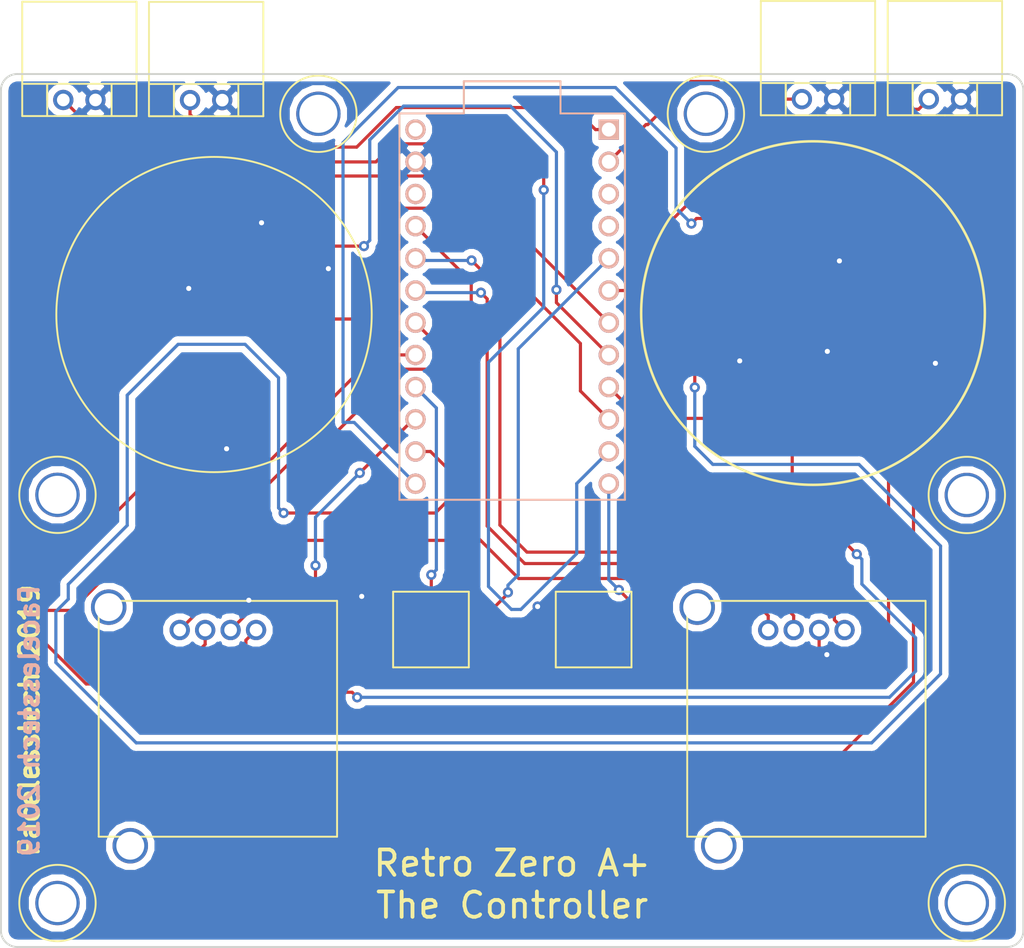
<source format=kicad_pcb>
(kicad_pcb (version 20171130) (host pcbnew 5.0.2+dfsg1-1~bpo9+1)

  (general
    (thickness 1.6)
    (drawings 14)
    (tracks 252)
    (zones 0)
    (modules 23)
    (nets 31)
  )

  (page A4)
  (layers
    (0 F.Cu signal)
    (31 B.Cu signal)
    (32 B.Adhes user)
    (33 F.Adhes user)
    (34 B.Paste user)
    (35 F.Paste user)
    (36 B.SilkS user)
    (37 F.SilkS user)
    (38 B.Mask user)
    (39 F.Mask user)
    (40 Dwgs.User user)
    (41 Cmts.User user)
    (42 Eco1.User user)
    (43 Eco2.User user)
    (44 Edge.Cuts user)
    (45 Margin user)
    (46 B.CrtYd user)
    (47 F.CrtYd user)
    (48 B.Fab user)
    (49 F.Fab user)
  )

  (setup
    (last_trace_width 0.25)
    (trace_clearance 0.2)
    (zone_clearance 0.508)
    (zone_45_only no)
    (trace_min 0.2)
    (segment_width 0.2)
    (edge_width 0.15)
    (via_size 0.8)
    (via_drill 0.4)
    (via_min_size 0.4)
    (via_min_drill 0.3)
    (uvia_size 0.3)
    (uvia_drill 0.1)
    (uvias_allowed no)
    (uvia_min_size 0.2)
    (uvia_min_drill 0.1)
    (pcb_text_width 0.3)
    (pcb_text_size 1.5 1.5)
    (mod_edge_width 0.15)
    (mod_text_size 1 1)
    (mod_text_width 0.15)
    (pad_size 1.524 1.524)
    (pad_drill 0.762)
    (pad_to_mask_clearance 0.051)
    (solder_mask_min_width 0.25)
    (aux_axis_origin 0 0)
    (visible_elements FFFFFF7F)
    (pcbplotparams
      (layerselection 0x010f0_ffffffff)
      (usegerberextensions false)
      (usegerberattributes false)
      (usegerberadvancedattributes false)
      (creategerberjobfile false)
      (excludeedgelayer true)
      (linewidth 0.100000)
      (plotframeref false)
      (viasonmask false)
      (mode 1)
      (useauxorigin false)
      (hpglpennumber 1)
      (hpglpenspeed 20)
      (hpglpendiameter 15.000000)
      (psnegative false)
      (psa4output false)
      (plotreference true)
      (plotvalue true)
      (plotinvisibletext false)
      (padsonsilk false)
      (subtractmaskfromsilk false)
      (outputformat 1)
      (mirror false)
      (drillshape 0)
      (scaleselection 1)
      (outputdirectory "gerbers/"))
  )

  (net 0 "")
  (net 1 "Net-(SW1-Pad1)")
  (net 2 "Net-(SW1-Pad2)")
  (net 3 "Net-(SW2-Pad1)")
  (net 4 "Net-(SW3-Pad1)")
  (net 5 "Net-(SW4-Pad1)")
  (net 6 "Net-(SW5-Pad1)")
  (net 7 "Net-(SW6-Pad1)")
  (net 8 "Net-(SW7-Pad1)")
  (net 9 "Net-(SW8-Pad1)")
  (net 10 "Net-(SW9-Pad1)")
  (net 11 "Net-(SW10-Pad1)")
  (net 12 "Net-(SW11-Pad1)")
  (net 13 "Net-(SW12-Pad1)")
  (net 14 "Net-(U1-Pad3)")
  (net 15 "Net-(U1-Pad4)")
  (net 16 "Net-(U1-Pad17)")
  (net 17 "Net-(U1-Pad18)")
  (net 18 "Net-(U1-Pad19)")
  (net 19 "Net-(U1-Pad20)")
  (net 20 "Net-(U1-Pad21)")
  (net 21 "Net-(U1-Pad22)")
  (net 22 "Net-(U1-Pad24)")
  (net 23 "Net-(U2-Pad1)")
  (net 24 "Net-(U3-Pad1)")
  (net 25 "Net-(U4-Pad1)")
  (net 26 "Net-(U5-Pad1)")
  (net 27 "Net-(SW13-Pad1)")
  (net 28 "Net-(SW14-Pad1)")
  (net 29 "Net-(U8-Pad1)")
  (net 30 "Net-(U9-Pad1)")

  (net_class Default "This is the default net class."
    (clearance 0.2)
    (trace_width 0.25)
    (via_dia 0.8)
    (via_drill 0.4)
    (uvia_dia 0.3)
    (uvia_drill 0.1)
    (add_net "Net-(SW1-Pad1)")
    (add_net "Net-(SW1-Pad2)")
    (add_net "Net-(SW10-Pad1)")
    (add_net "Net-(SW11-Pad1)")
    (add_net "Net-(SW12-Pad1)")
    (add_net "Net-(SW13-Pad1)")
    (add_net "Net-(SW14-Pad1)")
    (add_net "Net-(SW2-Pad1)")
    (add_net "Net-(SW3-Pad1)")
    (add_net "Net-(SW4-Pad1)")
    (add_net "Net-(SW5-Pad1)")
    (add_net "Net-(SW6-Pad1)")
    (add_net "Net-(SW7-Pad1)")
    (add_net "Net-(SW8-Pad1)")
    (add_net "Net-(SW9-Pad1)")
    (add_net "Net-(U1-Pad17)")
    (add_net "Net-(U1-Pad18)")
    (add_net "Net-(U1-Pad19)")
    (add_net "Net-(U1-Pad20)")
    (add_net "Net-(U1-Pad21)")
    (add_net "Net-(U1-Pad22)")
    (add_net "Net-(U1-Pad24)")
    (add_net "Net-(U1-Pad3)")
    (add_net "Net-(U1-Pad4)")
    (add_net "Net-(U2-Pad1)")
    (add_net "Net-(U3-Pad1)")
    (add_net "Net-(U4-Pad1)")
    (add_net "Net-(U5-Pad1)")
    (add_net "Net-(U8-Pad1)")
    (add_net "Net-(U9-Pad1)")
  )

  (module promicro:ProMicro (layer B.Cu) (tedit 5CF3FD9B) (tstamp 5D55BE47)
    (at 133.1341 76.073 270)
    (descr "Pro Micro footprint")
    (tags "promicro ProMicro")
    (path /5CF3C81F)
    (fp_text reference U1 (at 0 10.16 270) (layer B.SilkS) hide
      (effects (font (size 1 1) (thickness 0.15)) (justify mirror))
    )
    (fp_text value ProMicro (at 0 -10.16 270) (layer B.Fab) hide
      (effects (font (size 1 1) (thickness 0.15)) (justify mirror))
    )
    (fp_line (start 15.24 8.89) (end 15.24 -8.89) (layer F.SilkS) (width 0.15))
    (fp_line (start 15.24 -8.89) (end -15.24 -8.89) (layer F.SilkS) (width 0.15))
    (fp_line (start -15.24 -8.89) (end -15.24 -3.81) (layer F.SilkS) (width 0.15))
    (fp_line (start -15.24 -3.81) (end -17.78 -3.81) (layer F.SilkS) (width 0.15))
    (fp_line (start -17.78 -3.81) (end -17.78 3.81) (layer F.SilkS) (width 0.15))
    (fp_line (start -17.78 3.81) (end -15.24 3.81) (layer F.SilkS) (width 0.15))
    (fp_line (start -15.24 3.81) (end -15.24 8.89) (layer F.SilkS) (width 0.15))
    (fp_line (start -15.24 8.89) (end 15.24 8.89) (layer F.SilkS) (width 0.15))
    (fp_line (start -15.24 -8.89) (end 15.24 -8.89) (layer B.SilkS) (width 0.15))
    (fp_line (start -15.24 -8.89) (end -15.24 -3.81) (layer B.SilkS) (width 0.15))
    (fp_line (start -15.24 -3.81) (end -17.78 -3.81) (layer B.SilkS) (width 0.15))
    (fp_line (start -17.78 -3.81) (end -17.78 3.81) (layer B.SilkS) (width 0.15))
    (fp_line (start -17.78 3.81) (end -15.24 3.81) (layer B.SilkS) (width 0.15))
    (fp_line (start -15.24 3.81) (end -15.24 8.89) (layer B.SilkS) (width 0.15))
    (fp_line (start -15.24 8.89) (end 15.24 8.89) (layer B.SilkS) (width 0.15))
    (fp_line (start 15.24 8.89) (end 15.24 -8.89) (layer B.SilkS) (width 0.15))
    (pad 1 thru_hole rect (at -13.97 -7.62 270) (size 1.6 1.6) (drill 1.1) (layers *.Cu *.Mask B.SilkS)
      (net 27 "Net-(SW13-Pad1)"))
    (pad 2 thru_hole circle (at -11.43 -7.62 270) (size 1.6 1.6) (drill 1.1) (layers *.Cu *.Mask B.SilkS)
      (net 28 "Net-(SW14-Pad1)"))
    (pad 3 thru_hole circle (at -8.89 -7.62 270) (size 1.6 1.6) (drill 1.1) (layers *.Cu *.Mask B.SilkS)
      (net 14 "Net-(U1-Pad3)"))
    (pad 4 thru_hole circle (at -6.35 -7.62 270) (size 1.6 1.6) (drill 1.1) (layers *.Cu *.Mask B.SilkS)
      (net 15 "Net-(U1-Pad4)"))
    (pad 5 thru_hole circle (at -3.81 -7.62 270) (size 1.6 1.6) (drill 1.1) (layers *.Cu *.Mask B.SilkS)
      (net 10 "Net-(SW9-Pad1)"))
    (pad 6 thru_hole circle (at -1.27 -7.62 270) (size 1.6 1.6) (drill 1.1) (layers *.Cu *.Mask B.SilkS)
      (net 13 "Net-(SW12-Pad1)"))
    (pad 7 thru_hole circle (at 1.27 -7.62 270) (size 1.6 1.6) (drill 1.1) (layers *.Cu *.Mask B.SilkS)
      (net 4 "Net-(SW3-Pad1)"))
    (pad 8 thru_hole circle (at 3.81 -7.62 270) (size 1.6 1.6) (drill 1.1) (layers *.Cu *.Mask B.SilkS)
      (net 1 "Net-(SW1-Pad1)"))
    (pad 9 thru_hole circle (at 6.35 -7.62 270) (size 1.6 1.6) (drill 1.1) (layers *.Cu *.Mask B.SilkS)
      (net 5 "Net-(SW4-Pad1)"))
    (pad 10 thru_hole circle (at 8.89 -7.62 270) (size 1.6 1.6) (drill 1.1) (layers *.Cu *.Mask B.SilkS)
      (net 3 "Net-(SW2-Pad1)"))
    (pad 11 thru_hole circle (at 11.43 -7.62 270) (size 1.6 1.6) (drill 1.1) (layers *.Cu *.Mask B.SilkS)
      (net 11 "Net-(SW10-Pad1)"))
    (pad 12 thru_hole circle (at 13.97 -7.62 270) (size 1.6 1.6) (drill 1.1) (layers *.Cu *.Mask B.SilkS)
      (net 12 "Net-(SW11-Pad1)"))
    (pad 13 thru_hole circle (at 13.97 7.62 270) (size 1.6 1.6) (drill 1.1) (layers *.Cu *.Mask B.SilkS)
      (net 6 "Net-(SW5-Pad1)"))
    (pad 14 thru_hole circle (at 11.43 7.62 270) (size 1.6 1.6) (drill 1.1) (layers *.Cu *.Mask B.SilkS)
      (net 8 "Net-(SW7-Pad1)"))
    (pad 15 thru_hole circle (at 8.89 7.62 270) (size 1.6 1.6) (drill 1.1) (layers *.Cu *.Mask B.SilkS)
      (net 7 "Net-(SW6-Pad1)"))
    (pad 16 thru_hole circle (at 6.35 7.62 270) (size 1.6 1.6) (drill 1.1) (layers *.Cu *.Mask B.SilkS)
      (net 9 "Net-(SW8-Pad1)"))
    (pad 17 thru_hole circle (at 3.81 7.62 270) (size 1.6 1.6) (drill 1.1) (layers *.Cu *.Mask B.SilkS)
      (net 16 "Net-(U1-Pad17)"))
    (pad 18 thru_hole circle (at 1.27 7.62 270) (size 1.6 1.6) (drill 1.1) (layers *.Cu *.Mask B.SilkS)
      (net 17 "Net-(U1-Pad18)"))
    (pad 19 thru_hole circle (at -1.27 7.62 270) (size 1.6 1.6) (drill 1.1) (layers *.Cu *.Mask B.SilkS)
      (net 18 "Net-(U1-Pad19)"))
    (pad 20 thru_hole circle (at -3.81 7.62 270) (size 1.6 1.6) (drill 1.1) (layers *.Cu *.Mask B.SilkS)
      (net 19 "Net-(U1-Pad20)"))
    (pad 21 thru_hole circle (at -6.35 7.62 270) (size 1.6 1.6) (drill 1.1) (layers *.Cu *.Mask B.SilkS)
      (net 20 "Net-(U1-Pad21)"))
    (pad 22 thru_hole circle (at -8.89 7.62 270) (size 1.6 1.6) (drill 1.1) (layers *.Cu *.Mask B.SilkS)
      (net 21 "Net-(U1-Pad22)"))
    (pad 23 thru_hole circle (at -11.43 7.62 270) (size 1.6 1.6) (drill 1.1) (layers *.Cu *.Mask B.SilkS)
      (net 2 "Net-(SW1-Pad2)"))
    (pad 24 thru_hole circle (at -13.97 7.62 270) (size 1.6 1.6) (drill 1.1) (layers *.Cu *.Mask B.SilkS)
      (net 22 "Net-(U1-Pad24)"))
  )

  (module buttons_custom:right_angle_2_pin (layer F.Cu) (tedit 5C1FA20E) (tstamp 5D60CCF5)
    (at 99.0092 59.7662)
    (path /5CF413F7)
    (fp_text reference SW10 (at 0 2.286) (layer F.SilkS) hide
      (effects (font (size 1 1) (thickness 0.15)))
    )
    (fp_text value SW_Push (at 0 -9.652) (layer F.Fab) hide
      (effects (font (size 1 1) (thickness 0.15)))
    )
    (fp_line (start 0 1.27) (end 4.5085 1.27) (layer F.SilkS) (width 0.15))
    (fp_line (start 4.5085 1.27) (end 4.5085 -7.747) (layer F.SilkS) (width 0.15))
    (fp_line (start 4.5085 -7.747) (end -4.5085 -7.747) (layer F.SilkS) (width 0.15))
    (fp_line (start -4.5085 -7.747) (end -4.5085 1.27) (layer F.SilkS) (width 0.15))
    (fp_line (start -4.5085 1.27) (end 0 1.27) (layer F.SilkS) (width 0.15))
    (fp_line (start 0 -1.27) (end -4.5085 -1.27) (layer F.SilkS) (width 0.15))
    (fp_line (start 0 -1.27) (end 4.5085 -1.27) (layer F.SilkS) (width 0.15))
    (fp_line (start 2.54 0) (end 2.54 1.27) (layer F.SilkS) (width 0.15))
    (fp_line (start 2.54 0) (end 2.54 -1.27) (layer F.SilkS) (width 0.15))
    (fp_line (start -2.54 0) (end -2.54 -1.27) (layer F.SilkS) (width 0.15))
    (fp_line (start -2.54 -1.27) (end -2.54 1.27) (layer F.SilkS) (width 0.15))
    (pad 2 thru_hole circle (at 1.27 0) (size 1.6 1.6) (drill 1) (layers *.Cu *.Mask)
      (net 2 "Net-(SW1-Pad2)"))
    (pad 1 thru_hole circle (at -1.27 0) (size 1.6 1.6) (drill 1) (layers *.Cu *.Mask)
      (net 11 "Net-(SW10-Pad1)"))
  )

  (module buttons_custom:right_angle_2_pin (layer F.Cu) (tedit 5C1FA20E) (tstamp 5D60CC79)
    (at 167.259 59.7027)
    (path /5CF413A3)
    (fp_text reference SW12 (at 0 2.286) (layer F.SilkS) hide
      (effects (font (size 1 1) (thickness 0.15)))
    )
    (fp_text value SW_Push (at 0 -9.652) (layer F.Fab) hide
      (effects (font (size 1 1) (thickness 0.15)))
    )
    (fp_line (start -2.54 -1.27) (end -2.54 1.27) (layer F.SilkS) (width 0.15))
    (fp_line (start -2.54 0) (end -2.54 -1.27) (layer F.SilkS) (width 0.15))
    (fp_line (start 2.54 0) (end 2.54 -1.27) (layer F.SilkS) (width 0.15))
    (fp_line (start 2.54 0) (end 2.54 1.27) (layer F.SilkS) (width 0.15))
    (fp_line (start 0 -1.27) (end 4.5085 -1.27) (layer F.SilkS) (width 0.15))
    (fp_line (start 0 -1.27) (end -4.5085 -1.27) (layer F.SilkS) (width 0.15))
    (fp_line (start -4.5085 1.27) (end 0 1.27) (layer F.SilkS) (width 0.15))
    (fp_line (start -4.5085 -7.747) (end -4.5085 1.27) (layer F.SilkS) (width 0.15))
    (fp_line (start 4.5085 -7.747) (end -4.5085 -7.747) (layer F.SilkS) (width 0.15))
    (fp_line (start 4.5085 1.27) (end 4.5085 -7.747) (layer F.SilkS) (width 0.15))
    (fp_line (start 0 1.27) (end 4.5085 1.27) (layer F.SilkS) (width 0.15))
    (pad 1 thru_hole circle (at -1.27 0) (size 1.6 1.6) (drill 1) (layers *.Cu *.Mask)
      (net 13 "Net-(SW12-Pad1)"))
    (pad 2 thru_hole circle (at 1.27 0) (size 1.6 1.6) (drill 1) (layers *.Cu *.Mask)
      (net 2 "Net-(SW1-Pad2)"))
  )

  (module m3_hole_custom:m3_hole_custom (layer F.Cu) (tedit 5CF3FD85) (tstamp 5D60CC4E)
    (at 148.4122 60.8584)
    (path /5CF547D0)
    (fp_text reference U2 (at 0 2.921) (layer F.SilkS) hide
      (effects (font (size 1 1) (thickness 0.15)))
    )
    (fp_text value m3_standsoffs (at 0 -2.921) (layer F.Fab) hide
      (effects (font (size 1 1) (thickness 0.15)))
    )
    (fp_circle (center 0 0) (end 2.8575 0.9525) (layer F.SilkS) (width 0.15))
    (pad 1 thru_hole circle (at 0 0) (size 3.5 3.5) (drill 3) (layers *.Cu *.Mask)
      (net 23 "Net-(U2-Pad1)"))
  )

  (module m3_hole_custom:m3_hole_custom (layer F.Cu) (tedit 5CF3FDF4) (tstamp 5D60DABE)
    (at 168.9862 90.932)
    (path /5CF5489C)
    (fp_text reference U3 (at 0 2.921) (layer F.SilkS) hide
      (effects (font (size 1 1) (thickness 0.15)))
    )
    (fp_text value m3_standsoffs (at 0 -2.921) (layer F.Fab) hide
      (effects (font (size 1 1) (thickness 0.15)))
    )
    (fp_circle (center 0 0) (end 2.8575 0.9525) (layer F.SilkS) (width 0.15))
    (pad 1 thru_hole circle (at 0 0) (size 3.5 3.5) (drill 3) (layers *.Cu *.Mask)
      (net 24 "Net-(U3-Pad1)"))
  )

  (module m3_hole_custom:m3_hole_custom (layer F.Cu) (tedit 5CF3FDD6) (tstamp 5D60CCCA)
    (at 117.856 60.8584)
    (path /5CF548D2)
    (fp_text reference U4 (at 0 2.921) (layer F.SilkS) hide
      (effects (font (size 1 1) (thickness 0.15)))
    )
    (fp_text value m3_standsoffs (at 0 -2.921) (layer F.Fab) hide
      (effects (font (size 1 1) (thickness 0.15)))
    )
    (fp_circle (center 0 0) (end 2.8575 0.9525) (layer F.SilkS) (width 0.15))
    (pad 1 thru_hole circle (at 0 0) (size 3.5 3.5) (drill 3) (layers *.Cu *.Mask)
      (net 25 "Net-(U4-Pad1)"))
  )

  (module m3_hole_custom:m3_hole_custom (layer F.Cu) (tedit 5D55B07F) (tstamp 5D60D9FB)
    (at 97.282 90.9193)
    (path /5CF54906)
    (fp_text reference U5 (at 0 2.921) (layer F.SilkS) hide
      (effects (font (size 1 1) (thickness 0.15)))
    )
    (fp_text value m3_standsoffs (at 0 -2.921) (layer F.Fab) hide
      (effects (font (size 1 1) (thickness 0.15)))
    )
    (fp_circle (center 0 0) (end 2.8575 0.9525) (layer F.SilkS) (width 0.15))
    (pad 1 thru_hole circle (at 0 0) (size 3.5 3.5) (drill 3) (layers *.Cu *.Mask)
      (net 26 "Net-(U5-Pad1)"))
  )

  (module buttons_custom:smd_soft_custom (layer F.Cu) (tedit 5D55B067) (tstamp 5D60DA18)
    (at 126.7333 101.5492)
    (path /5CF4135D)
    (fp_text reference SW9 (at 0 6.0325) (layer F.SilkS) hide
      (effects (font (size 1 1) (thickness 0.15)))
    )
    (fp_text value SW_Push (at 0 -4.826) (layer F.Fab) hide
      (effects (font (size 1 1) (thickness 0.15)))
    )
    (fp_line (start -2.9845 2.9845) (end -2.9845 -2.9845) (layer F.SilkS) (width 0.15))
    (fp_line (start 2.9845 2.9845) (end -2.9845 2.9845) (layer F.SilkS) (width 0.15))
    (fp_line (start 2.9845 -2.9845) (end 2.9845 2.9845) (layer F.SilkS) (width 0.15))
    (fp_line (start -2.9845 -2.9845) (end 2.9845 -2.9845) (layer F.SilkS) (width 0.15))
    (pad 2 smd rect (at -2.9845 0 90) (size 1.5 2) (layers F.Cu F.Paste F.Mask)
      (net 2 "Net-(SW1-Pad2)"))
    (pad 1 smd rect (at 2.9845 0 90) (size 1.5 2) (layers F.Cu F.Paste F.Mask)
      (net 10 "Net-(SW9-Pad1)"))
  )

  (module buttons_custom:smd_soft_custom (layer F.Cu) (tedit 5D55B063) (tstamp 5D60DB00)
    (at 139.5603 101.5492)
    (path /5CF41443)
    (fp_text reference SW11 (at 0 6.0325) (layer F.SilkS) hide
      (effects (font (size 1 1) (thickness 0.15)))
    )
    (fp_text value SW_Push (at 0 -4.826) (layer F.Fab) hide
      (effects (font (size 1 1) (thickness 0.15)))
    )
    (fp_line (start -2.9845 -2.9845) (end 2.9845 -2.9845) (layer F.SilkS) (width 0.15))
    (fp_line (start 2.9845 -2.9845) (end 2.9845 2.9845) (layer F.SilkS) (width 0.15))
    (fp_line (start 2.9845 2.9845) (end -2.9845 2.9845) (layer F.SilkS) (width 0.15))
    (fp_line (start -2.9845 2.9845) (end -2.9845 -2.9845) (layer F.SilkS) (width 0.15))
    (pad 1 smd rect (at 2.9845 0 90) (size 1.5 2) (layers F.Cu F.Paste F.Mask)
      (net 12 "Net-(SW11-Pad1)"))
    (pad 2 smd rect (at -2.9845 0 90) (size 1.5 2) (layers F.Cu F.Paste F.Mask)
      (net 2 "Net-(SW1-Pad2)"))
  )

  (module buttons_custom:right_angle_2_pin (layer F.Cu) (tedit 5C1FA20E) (tstamp 5D60CBFD)
    (at 109.0041 59.7789)
    (path /5D0EA008)
    (fp_text reference SW13 (at 0 2.286) (layer F.SilkS) hide
      (effects (font (size 1 1) (thickness 0.15)))
    )
    (fp_text value SW_Push (at 0 -9.652) (layer F.Fab) hide
      (effects (font (size 1 1) (thickness 0.15)))
    )
    (fp_line (start 0 1.27) (end 4.5085 1.27) (layer F.SilkS) (width 0.15))
    (fp_line (start 4.5085 1.27) (end 4.5085 -7.747) (layer F.SilkS) (width 0.15))
    (fp_line (start 4.5085 -7.747) (end -4.5085 -7.747) (layer F.SilkS) (width 0.15))
    (fp_line (start -4.5085 -7.747) (end -4.5085 1.27) (layer F.SilkS) (width 0.15))
    (fp_line (start -4.5085 1.27) (end 0 1.27) (layer F.SilkS) (width 0.15))
    (fp_line (start 0 -1.27) (end -4.5085 -1.27) (layer F.SilkS) (width 0.15))
    (fp_line (start 0 -1.27) (end 4.5085 -1.27) (layer F.SilkS) (width 0.15))
    (fp_line (start 2.54 0) (end 2.54 1.27) (layer F.SilkS) (width 0.15))
    (fp_line (start 2.54 0) (end 2.54 -1.27) (layer F.SilkS) (width 0.15))
    (fp_line (start -2.54 0) (end -2.54 -1.27) (layer F.SilkS) (width 0.15))
    (fp_line (start -2.54 -1.27) (end -2.54 1.27) (layer F.SilkS) (width 0.15))
    (pad 2 thru_hole circle (at 1.27 0) (size 1.6 1.6) (drill 1) (layers *.Cu *.Mask)
      (net 2 "Net-(SW1-Pad2)"))
    (pad 1 thru_hole circle (at -1.27 0) (size 1.6 1.6) (drill 1) (layers *.Cu *.Mask)
      (net 27 "Net-(SW13-Pad1)"))
  )

  (module buttons_custom:right_angle_2_pin (layer F.Cu) (tedit 5C1FA20E) (tstamp 5D60CBA7)
    (at 157.2514 59.7027)
    (path /5D0E9F86)
    (fp_text reference SW14 (at 0 2.286) (layer F.SilkS) hide
      (effects (font (size 1 1) (thickness 0.15)))
    )
    (fp_text value SW_Push (at 0 -9.652) (layer F.Fab) hide
      (effects (font (size 1 1) (thickness 0.15)))
    )
    (fp_line (start -2.54 -1.27) (end -2.54 1.27) (layer F.SilkS) (width 0.15))
    (fp_line (start -2.54 0) (end -2.54 -1.27) (layer F.SilkS) (width 0.15))
    (fp_line (start 2.54 0) (end 2.54 -1.27) (layer F.SilkS) (width 0.15))
    (fp_line (start 2.54 0) (end 2.54 1.27) (layer F.SilkS) (width 0.15))
    (fp_line (start 0 -1.27) (end 4.5085 -1.27) (layer F.SilkS) (width 0.15))
    (fp_line (start 0 -1.27) (end -4.5085 -1.27) (layer F.SilkS) (width 0.15))
    (fp_line (start -4.5085 1.27) (end 0 1.27) (layer F.SilkS) (width 0.15))
    (fp_line (start -4.5085 -7.747) (end -4.5085 1.27) (layer F.SilkS) (width 0.15))
    (fp_line (start 4.5085 -7.747) (end -4.5085 -7.747) (layer F.SilkS) (width 0.15))
    (fp_line (start 4.5085 1.27) (end 4.5085 -7.747) (layer F.SilkS) (width 0.15))
    (fp_line (start 0 1.27) (end 4.5085 1.27) (layer F.SilkS) (width 0.15))
    (pad 1 thru_hole circle (at -1.27 0) (size 1.6 1.6) (drill 1) (layers *.Cu *.Mask)
      (net 28 "Net-(SW14-Pad1)"))
    (pad 2 thru_hole circle (at 1.27 0) (size 1.6 1.6) (drill 1) (layers *.Cu *.Mask)
      (net 2 "Net-(SW1-Pad2)"))
  )

  (module psp_stick_custom:psp_under_pad_custom (layer F.Cu) (tedit 5D55B078) (tstamp 5D60D3D0)
    (at 109.9312 101.5873 180)
    (path /5D3D92F4)
    (fp_text reference U6 (at 14.0716 -9.3345 270) (layer F.SilkS) hide
      (effects (font (size 1 1) (thickness 0.15)))
    )
    (fp_text value psp_under_pad_custom (at 11.7602 -9.6647 270) (layer F.Fab) hide
      (effects (font (size 1 1) (thickness 0.15)))
    )
    (fp_line (start -9.398 -16.3068) (end -9.398 2.2987) (layer F.SilkS) (width 0.15))
    (fp_line (start 9.398 -16.3068) (end -9.398 -16.3068) (layer F.SilkS) (width 0.15))
    (fp_line (start 9.398 2.2987) (end 9.398 -16.3068) (layer F.SilkS) (width 0.15))
    (fp_line (start -9.398 2.2987) (end 9.398 2.2987) (layer F.SilkS) (width 0.15))
    (pad 6 thru_hole circle (at 6.9088 -17.018 180) (size 2.8 2.8) (drill 2.2) (layers *.Cu *.Mask))
    (pad 5 thru_hole circle (at 8.6106 1.8034 180) (size 2.8 2.8) (drill 2.2) (layers *.Cu *.Mask))
    (pad 4 thru_hole circle (at 3.0099 0 180) (size 1.6 1.6) (drill 1) (layers *.Cu *.Mask)
      (net 20 "Net-(U1-Pad21)"))
    (pad 3 thru_hole circle (at 1.0033 0 180) (size 1.6 1.6) (drill 1) (layers *.Cu *.Mask)
      (net 17 "Net-(U1-Pad18)"))
    (pad 2 thru_hole circle (at -1.0033 0 180) (size 1.6 1.6) (drill 1) (layers *.Cu *.Mask)
      (net 2 "Net-(SW1-Pad2)"))
    (pad 1 thru_hole circle (at -3.0099 0 180) (size 1.6 1.6) (drill 1) (layers *.Cu *.Mask)
      (net 16 "Net-(U1-Pad17)"))
  )

  (module psp_stick_custom:psp_under_pad_custom (layer F.Cu) (tedit 5D55B06E) (tstamp 5D60D38E)
    (at 156.337 101.5873 180)
    (path /5D3D9392)
    (fp_text reference U7 (at 14.0716 -9.3345 270) (layer F.SilkS) hide
      (effects (font (size 1 1) (thickness 0.15)))
    )
    (fp_text value psp_under_pad_custom (at 11.7602 -9.6647 270) (layer F.Fab) hide
      (effects (font (size 1 1) (thickness 0.15)))
    )
    (fp_line (start -9.398 2.2987) (end 9.398 2.2987) (layer F.SilkS) (width 0.15))
    (fp_line (start 9.398 2.2987) (end 9.398 -16.3068) (layer F.SilkS) (width 0.15))
    (fp_line (start 9.398 -16.3068) (end -9.398 -16.3068) (layer F.SilkS) (width 0.15))
    (fp_line (start -9.398 -16.3068) (end -9.398 2.2987) (layer F.SilkS) (width 0.15))
    (pad 1 thru_hole circle (at -3.0099 0 180) (size 1.6 1.6) (drill 1) (layers *.Cu *.Mask)
      (net 19 "Net-(U1-Pad20)"))
    (pad 2 thru_hole circle (at -1.0033 0 180) (size 1.6 1.6) (drill 1) (layers *.Cu *.Mask)
      (net 2 "Net-(SW1-Pad2)"))
    (pad 3 thru_hole circle (at 1.0033 0 180) (size 1.6 1.6) (drill 1) (layers *.Cu *.Mask)
      (net 18 "Net-(U1-Pad19)"))
    (pad 4 thru_hole circle (at 3.0099 0 180) (size 1.6 1.6) (drill 1) (layers *.Cu *.Mask)
      (net 20 "Net-(U1-Pad21)"))
    (pad 5 thru_hole circle (at 8.6106 1.8034 180) (size 2.8 2.8) (drill 2.2) (layers *.Cu *.Mask))
    (pad 6 thru_hole circle (at 6.9088 -17.018 180) (size 2.8 2.8) (drill 2.2) (layers *.Cu *.Mask))
  )

  (module m3_hole_custom:m3_hole_custom (layer F.Cu) (tedit 5D55B08A) (tstamp 5D60D4D2)
    (at 97.282 123.1265)
    (path /5D54981C)
    (fp_text reference U8 (at 0 2.921) (layer F.SilkS) hide
      (effects (font (size 1 1) (thickness 0.15)))
    )
    (fp_text value m3_standsoffs (at 0 -2.921) (layer F.Fab) hide
      (effects (font (size 1 1) (thickness 0.15)))
    )
    (fp_circle (center 0 0) (end 2.8575 0.9525) (layer F.SilkS) (width 0.15))
    (pad 1 thru_hole circle (at 0 0) (size 3.5 3.5) (drill 3) (layers *.Cu *.Mask)
      (net 29 "Net-(U8-Pad1)"))
  )

  (module m3_hole_custom:m3_hole_custom (layer F.Cu) (tedit 5D55B090) (tstamp 5D60D519)
    (at 168.9862 123.1265)
    (path /5D549860)
    (fp_text reference U9 (at 0 2.921) (layer F.SilkS) hide
      (effects (font (size 1 1) (thickness 0.15)))
    )
    (fp_text value m3_standsoffs (at 0 -2.921) (layer F.Fab) hide
      (effects (font (size 1 1) (thickness 0.15)))
    )
    (fp_circle (center 0 0) (end 2.8575 0.9525) (layer F.SilkS) (width 0.15))
    (pad 1 thru_hole circle (at 0 0) (size 3.5 3.5) (drill 3) (layers *.Cu *.Mask)
      (net 30 "Net-(U9-Pad1)"))
  )

  (module buttons_custom:gbc_closer_buttons_custom (layer F.Cu) (tedit 5D6B92A3) (tstamp 5D781607)
    (at 156.845 69.1134)
    (path /5CF3B3F1)
    (fp_text reference SW5 (at 0 4.572) (layer F.SilkS) hide
      (effects (font (size 1 1) (thickness 0.15)))
    )
    (fp_text value SW_Push (at -0.127 -4.191) (layer F.Fab) hide
      (effects (font (size 1 1) (thickness 0.15)))
    )
    (pad 1 smd roundrect (at -1.4478 0) (size 2.5 5) (layers F.Cu F.Paste F.Mask) (roundrect_rratio 0.25)
      (net 6 "Net-(SW5-Pad1)"))
    (pad 2 smd roundrect (at 1.4478 0) (size 2.5 5) (layers F.Cu F.Paste F.Mask) (roundrect_rratio 0.25)
      (net 2 "Net-(SW1-Pad2)"))
  )

  (module buttons_custom:gbc_closer_buttons_custom (layer F.Cu) (tedit 5D6B929D) (tstamp 5D781675)
    (at 149.2504 76.5683)
    (path /5CF3B469)
    (fp_text reference SW7 (at 0 4.572) (layer F.SilkS) hide
      (effects (font (size 1 1) (thickness 0.15)))
    )
    (fp_text value SW_Push (at -0.127 -4.191) (layer F.Fab) hide
      (effects (font (size 1 1) (thickness 0.15)))
    )
    (pad 1 smd roundrect (at -1.4478 0) (size 2.5 5) (layers F.Cu F.Paste F.Mask) (roundrect_rratio 0.25)
      (net 8 "Net-(SW7-Pad1)"))
    (pad 2 smd roundrect (at 1.4478 0) (size 2.5 5) (layers F.Cu F.Paste F.Mask) (roundrect_rratio 0.25)
      (net 2 "Net-(SW1-Pad2)"))
  )

  (module buttons_custom:gbc_closer_buttons_custom (layer F.Cu) (tedit 5D6B928E) (tstamp 5D7816CA)
    (at 156.8704 84.201)
    (path /5CF3B4A6)
    (fp_text reference SW6 (at 0 4.572) (layer F.SilkS) hide
      (effects (font (size 1 1) (thickness 0.15)))
    )
    (fp_text value SW_Push (at -0.127 -4.191) (layer F.Fab) hide
      (effects (font (size 1 1) (thickness 0.15)))
    )
    (pad 1 smd roundrect (at -1.4478 0) (size 2.5 5) (layers F.Cu F.Paste F.Mask) (roundrect_rratio 0.25)
      (net 7 "Net-(SW6-Pad1)"))
    (pad 2 smd roundrect (at 1.4478 0) (size 2.5 5) (layers F.Cu F.Paste F.Mask) (roundrect_rratio 0.25)
      (net 2 "Net-(SW1-Pad2)"))
  )

  (module buttons_custom:gbc_closer_buttons_custom (layer F.Cu) (tedit 5D6B92A0) (tstamp 5D781725)
    (at 164.465 76.5683)
    (path /5CF3B4E6)
    (fp_text reference SW8 (at 0 4.572) (layer F.SilkS) hide
      (effects (font (size 1 1) (thickness 0.15)))
    )
    (fp_text value SW_Push (at -0.127 -4.191) (layer F.Fab) hide
      (effects (font (size 1 1) (thickness 0.15)))
    )
    (pad 1 smd roundrect (at -1.4478 0) (size 2.5 5) (layers F.Cu F.Paste F.Mask) (roundrect_rratio 0.25)
      (net 9 "Net-(SW8-Pad1)"))
    (pad 2 smd roundrect (at 1.4478 0) (size 2.5 5) (layers F.Cu F.Paste F.Mask) (roundrect_rratio 0.25)
      (net 2 "Net-(SW1-Pad2)"))
  )

  (module buttons_custom:gbc_closer_buttons_custom (layer F.Cu) (tedit 5D6B9A74) (tstamp 5D83F8E0)
    (at 109.6264 70.0786)
    (path /5CF39D16)
    (fp_text reference SW3 (at 0 4.572) (layer F.SilkS) hide
      (effects (font (size 1 1) (thickness 0.15)))
    )
    (fp_text value SW_Push (at -0.127 -4.191) (layer F.Fab) hide
      (effects (font (size 1 1) (thickness 0.15)))
    )
    (pad 1 smd roundrect (at -1.4478 0) (size 2.5 5) (layers F.Cu F.Paste F.Mask) (roundrect_rratio 0.25)
      (net 4 "Net-(SW3-Pad1)"))
    (pad 2 smd roundrect (at 1.4478 0) (size 2.5 5) (layers F.Cu F.Paste F.Mask) (roundrect_rratio 0.25)
      (net 2 "Net-(SW1-Pad2)"))
  )

  (module buttons_custom:gbc_closer_buttons_custom (layer F.Cu) (tedit 5D6B9A70) (tstamp 5D83F930)
    (at 103.0224 76.7207 90)
    (path /5CF39D84)
    (fp_text reference SW1 (at 0 4.572 90) (layer F.SilkS) hide
      (effects (font (size 1 1) (thickness 0.15)))
    )
    (fp_text value SW_Push (at -0.127 -4.191 90) (layer F.Fab) hide
      (effects (font (size 1 1) (thickness 0.15)))
    )
    (pad 1 smd roundrect (at -1.4478 0 90) (size 2.5 5) (layers F.Cu F.Paste F.Mask) (roundrect_rratio 0.25)
      (net 1 "Net-(SW1-Pad1)"))
    (pad 2 smd roundrect (at 1.4478 0 90) (size 2.5 5) (layers F.Cu F.Paste F.Mask) (roundrect_rratio 0.25)
      (net 2 "Net-(SW1-Pad2)"))
  )

  (module buttons_custom:gbc_closer_buttons_custom (layer F.Cu) (tedit 5D6B9A69) (tstamp 5D83F98A)
    (at 109.6264 83.312)
    (path /5CF39D4C)
    (fp_text reference SW4 (at 0 4.572) (layer F.SilkS) hide
      (effects (font (size 1 1) (thickness 0.15)))
    )
    (fp_text value SW_Push (at -0.127 -4.191) (layer F.Fab) hide
      (effects (font (size 1 1) (thickness 0.15)))
    )
    (pad 1 smd roundrect (at -1.4478 0) (size 2.5 5) (layers F.Cu F.Paste F.Mask) (roundrect_rratio 0.25)
      (net 5 "Net-(SW4-Pad1)"))
    (pad 2 smd roundrect (at 1.4478 0) (size 2.5 5) (layers F.Cu F.Paste F.Mask) (roundrect_rratio 0.25)
      (net 2 "Net-(SW1-Pad2)"))
  )

  (module buttons_custom:gbc_closer_buttons_custom (layer F.Cu) (tedit 5D6B9A76) (tstamp 5D83F9DA)
    (at 116.2558 76.7207 90)
    (path /5CF39DC4)
    (fp_text reference SW2 (at 0 4.572 90) (layer F.SilkS) hide
      (effects (font (size 1 1) (thickness 0.15)))
    )
    (fp_text value SW_Push (at -0.127 -4.191 90) (layer F.Fab) hide
      (effects (font (size 1 1) (thickness 0.15)))
    )
    (pad 1 smd roundrect (at -1.4478 0 90) (size 2.5 5) (layers F.Cu F.Paste F.Mask) (roundrect_rratio 0.25)
      (net 3 "Net-(SW2-Pad1)"))
    (pad 2 smd roundrect (at 1.4478 0 90) (size 2.5 5) (layers F.Cu F.Paste F.Mask) (roundrect_rratio 0.25)
      (net 2 "Net-(SW1-Pad2)"))
  )

  (gr_text "The Controller" (at 133.1341 123.3043) (layer F.SilkS)
    (effects (font (size 2 2) (thickness 0.3)))
  )
  (gr_text "Retro Zero A+" (at 133.1341 119.9896) (layer F.SilkS)
    (effects (font (size 2 2) (thickness 0.3)))
  )
  (gr_line (start 173.4439 59.0169) (end 173.4439 125.3236) (layer Edge.Cuts) (width 0.15) (tstamp 5D60CB0D))
  (gr_line (start 92.8243 59.0042) (end 92.8243 125.3109) (layer Edge.Cuts) (width 0.15))
  (gr_line (start 172.1866 57.7215) (end 94.1451 57.7215) (layer Edge.Cuts) (width 0.15) (tstamp 5D60CAAE))
  (gr_line (start 94.107 126.5936) (end 172.1739 126.5936) (layer Edge.Cuts) (width 0.15))
  (gr_text "Facelesstech 2019" (at 95.0595 108.7501 90) (layer B.SilkS) (tstamp 5D007FED)
    (effects (font (size 1.5 1.5) (thickness 0.3)) (justify mirror))
  )
  (gr_text "Facelesstech 2019" (at 95.0595 108.7247 90) (layer F.SilkS)
    (effects (font (size 1.5 1.5) (thickness 0.3)))
  )
  (gr_arc (start 172.1739 58.9915) (end 173.4439 58.9915) (angle -90) (layer Edge.Cuts) (width 0.15))
  (gr_arc (start 172.1739 125.3236) (end 172.1739 126.5936) (angle -90) (layer Edge.Cuts) (width 0.15) (tstamp 5D60C929))
  (gr_arc (start 94.107 125.3109) (end 92.8243 125.3109) (angle -90) (layer Edge.Cuts) (width 0.15))
  (gr_arc (start 94.0943 58.9915) (end 94.0943 57.7215) (angle -90) (layer Edge.Cuts) (width 0.15))
  (gr_circle (center 156.8577 76.581) (end 156.9466 90.1319) (layer F.SilkS) (width 0.2))
  (gr_circle (center 109.6264 76.6953) (end 112.3696 88.8238) (layer F.SilkS) (width 0.15))

  (segment (start 104.34311 77.05099) (end 108.92781 77.05099) (width 0.25) (layer F.Cu) (net 1))
  (segment (start 103.0224 78.3717) (end 104.34311 77.05099) (width 0.25) (layer F.Cu) (net 1))
  (via (at 121.4501 71.2978) (size 0.8) (drill 0.4) (layers F.Cu B.Cu) (net 1))
  (segment (start 114.681 71.2978) (end 121.4501 71.2978) (width 0.25) (layer F.Cu) (net 1))
  (segment (start 108.92781 77.05099) (end 114.681 71.2978) (width 0.25) (layer F.Cu) (net 1))
  (segment (start 121.4501 71.2978) (end 121.9073 70.8406) (width 0.25) (layer B.Cu) (net 1))
  (segment (start 121.9073 70.8406) (end 121.9073 62.9158) (width 0.25) (layer B.Cu) (net 1))
  (segment (start 121.9073 62.9158) (end 124.5743 60.2488) (width 0.25) (layer B.Cu) (net 1))
  (segment (start 124.5743 60.2488) (end 132.9944 60.2488) (width 0.25) (layer B.Cu) (net 1))
  (via (at 136.6266 74.7395) (size 0.8) (drill 0.4) (layers F.Cu B.Cu) (net 1))
  (segment (start 136.6266 63.881) (end 136.6266 74.7395) (width 0.25) (layer B.Cu) (net 1))
  (segment (start 132.9944 60.2488) (end 136.6266 63.881) (width 0.25) (layer B.Cu) (net 1))
  (segment (start 136.6266 75.7555) (end 140.7541 79.883) (width 0.25) (layer F.Cu) (net 1))
  (segment (start 136.6266 74.7395) (end 136.6266 75.7555) (width 0.25) (layer F.Cu) (net 1))
  (via (at 107.6325 74.6379) (size 0.8) (drill 0.4) (layers F.Cu B.Cu) (net 2))
  (segment (start 107.2007 75.0697) (end 107.6325 74.6379) (width 0.25) (layer F.Cu) (net 2))
  (segment (start 103.0224 75.0697) (end 107.2007 75.0697) (width 0.25) (layer F.Cu) (net 2))
  (via (at 113.3729 69.4563) (size 0.8) (drill 0.4) (layers F.Cu B.Cu) (net 2))
  (segment (start 112.7506 70.0786) (end 113.3729 69.4563) (width 0.25) (layer F.Cu) (net 2))
  (segment (start 111.2774 70.0786) (end 112.7506 70.0786) (width 0.25) (layer F.Cu) (net 2))
  (via (at 118.6434 73.0758) (size 0.8) (drill 0.4) (layers F.Cu B.Cu) (net 2))
  (segment (start 118.2497 73.0758) (end 118.6434 73.0758) (width 0.25) (layer F.Cu) (net 2))
  (segment (start 116.2558 75.0697) (end 118.2497 73.0758) (width 0.25) (layer F.Cu) (net 2))
  (via (at 135.1407 99.7331) (size 0.8) (drill 0.4) (layers F.Cu B.Cu) (net 2))
  (segment (start 135.1407 100.3641) (end 135.1407 99.7331) (width 0.25) (layer F.Cu) (net 2))
  (segment (start 136.3258 101.5492) (end 135.1407 100.3641) (width 0.25) (layer F.Cu) (net 2))
  (segment (start 136.5758 101.5492) (end 136.3258 101.5492) (width 0.25) (layer F.Cu) (net 2))
  (via (at 157.988 79.6036) (size 0.8) (drill 0.4) (layers F.Cu B.Cu) (net 2))
  (segment (start 158.5214 80.137) (end 157.988 79.6036) (width 0.25) (layer F.Cu) (net 2))
  (segment (start 158.5214 84.201) (end 158.5214 80.137) (width 0.25) (layer F.Cu) (net 2))
  (via (at 151.0792 80.3529) (size 0.8) (drill 0.4) (layers F.Cu B.Cu) (net 2))
  (segment (start 150.9014 80.1751) (end 151.0792 80.3529) (width 0.25) (layer F.Cu) (net 2))
  (segment (start 150.9014 76.5683) (end 150.9014 80.1751) (width 0.25) (layer F.Cu) (net 2))
  (via (at 166.5097 80.5434) (size 0.8) (drill 0.4) (layers F.Cu B.Cu) (net 2))
  (segment (start 166.116 80.1497) (end 166.5097 80.5434) (width 0.25) (layer F.Cu) (net 2))
  (segment (start 166.116 76.5683) (end 166.116 80.1497) (width 0.25) (layer F.Cu) (net 2))
  (via (at 158.9405 72.4662) (size 0.8) (drill 0.4) (layers F.Cu B.Cu) (net 2))
  (segment (start 158.496 72.0217) (end 158.9405 72.4662) (width 0.25) (layer F.Cu) (net 2))
  (segment (start 158.496 69.1134) (end 158.496 72.0217) (width 0.25) (layer F.Cu) (net 2))
  (via (at 121.2723 98.933) (size 0.8) (drill 0.4) (layers F.Cu B.Cu) (net 2))
  (segment (start 121.2723 99.3227) (end 121.2723 98.933) (width 0.25) (layer F.Cu) (net 2))
  (segment (start 123.4988 101.5492) (end 121.2723 99.3227) (width 0.25) (layer F.Cu) (net 2))
  (segment (start 123.7488 101.5492) (end 123.4988 101.5492) (width 0.25) (layer F.Cu) (net 2))
  (via (at 157.9499 103.5304) (size 0.8) (drill 0.4) (layers F.Cu B.Cu) (net 2))
  (segment (start 157.3403 102.9208) (end 157.9499 103.5304) (width 0.25) (layer F.Cu) (net 2))
  (segment (start 157.3403 101.5873) (end 157.3403 102.9208) (width 0.25) (layer F.Cu) (net 2))
  (via (at 112.3696 99.2378) (size 0.8) (drill 0.4) (layers F.Cu B.Cu) (net 2))
  (segment (start 112.3696 100.1522) (end 112.3696 99.2378) (width 0.25) (layer F.Cu) (net 2))
  (segment (start 110.9345 101.5873) (end 112.3696 100.1522) (width 0.25) (layer F.Cu) (net 2))
  (via (at 110.617 87.2871) (size 0.8) (drill 0.4) (layers F.Cu B.Cu) (net 2))
  (segment (start 111.2774 86.6267) (end 110.617 87.2871) (width 0.25) (layer F.Cu) (net 2))
  (segment (start 111.2774 83.312) (end 111.2774 86.6267) (width 0.25) (layer F.Cu) (net 2))
  (segment (start 116.2558 78.3717) (end 117.57651 77.05099) (width 0.25) (layer F.Cu) (net 3))
  (segment (start 117.57651 77.05099) (end 121.51351 77.05099) (width 0.25) (layer F.Cu) (net 3))
  (segment (start 121.51351 77.05099) (end 123.6091 74.9554) (width 0.25) (layer F.Cu) (net 3))
  (segment (start 123.6091 74.9554) (end 123.6091 69.0499) (width 0.25) (layer F.Cu) (net 3))
  (segment (start 124.350999 68.308001) (end 127.843499 68.308001) (width 0.25) (layer F.Cu) (net 3))
  (segment (start 123.6091 69.0499) (end 124.350999 68.308001) (width 0.25) (layer F.Cu) (net 3))
  (segment (start 127.843499 68.308001) (end 138.5189 78.983402) (width 0.25) (layer F.Cu) (net 3))
  (segment (start 138.5189 82.7278) (end 140.7541 84.963) (width 0.25) (layer F.Cu) (net 3))
  (segment (start 138.5189 78.983402) (end 138.5189 82.7278) (width 0.25) (layer F.Cu) (net 3))
  (segment (start 129.179101 65.768001) (end 140.7541 77.343) (width 0.25) (layer F.Cu) (net 4))
  (segment (start 107.9754 70.0786) (end 109.29611 68.75789) (width 0.25) (layer F.Cu) (net 4))
  (segment (start 109.29611 68.75789) (end 109.29611 67.66569) (width 0.25) (layer F.Cu) (net 4))
  (segment (start 109.29611 67.66569) (end 111.193799 65.768001) (width 0.25) (layer F.Cu) (net 4))
  (segment (start 111.193799 65.768001) (end 129.179101 65.768001) (width 0.25) (layer F.Cu) (net 4))
  (segment (start 106.65469 84.63271) (end 106.65469 87.55371) (width 0.25) (layer F.Cu) (net 5))
  (segment (start 107.9754 83.312) (end 106.65469 84.63271) (width 0.25) (layer F.Cu) (net 5))
  (segment (start 95.87949 98.32891) (end 95.87949 105.64579) (width 0.25) (layer F.Cu) (net 5))
  (segment (start 106.65469 87.55371) (end 95.87949 98.32891) (width 0.25) (layer F.Cu) (net 5))
  (segment (start 95.87949 105.64579) (end 101.8667 111.633) (width 0.25) (layer F.Cu) (net 5))
  (segment (start 101.8667 111.633) (end 158.8389 111.633) (width 0.25) (layer F.Cu) (net 5))
  (segment (start 158.8389 111.633) (end 164.7825 105.6894) (width 0.25) (layer F.Cu) (net 5))
  (segment (start 164.7825 105.6894) (end 164.7825 86.995) (width 0.25) (layer F.Cu) (net 5))
  (segment (start 164.7825 86.995) (end 170.4594 81.3181) (width 0.25) (layer F.Cu) (net 5))
  (segment (start 170.4594 81.3181) (end 170.4594 74.6125) (width 0.25) (layer F.Cu) (net 5))
  (segment (start 170.4594 74.6125) (end 167.9956 72.1487) (width 0.25) (layer F.Cu) (net 5))
  (segment (start 167.9956 72.1487) (end 161.5059 72.1487) (width 0.25) (layer F.Cu) (net 5))
  (segment (start 161.5059 72.1487) (end 148.7678 84.8868) (width 0.25) (layer F.Cu) (net 5))
  (segment (start 143.2179 84.8868) (end 140.7541 82.423) (width 0.25) (layer F.Cu) (net 5))
  (segment (start 148.7678 84.8868) (end 143.2179 84.8868) (width 0.25) (layer F.Cu) (net 5))
  (via (at 147.2692 69.5198) (size 0.8) (drill 0.4) (layers F.Cu B.Cu) (net 6))
  (segment (start 147.6756 69.1134) (end 147.2692 69.5198) (width 0.25) (layer F.Cu) (net 6))
  (segment (start 155.194 69.1134) (end 147.6756 69.1134) (width 0.25) (layer F.Cu) (net 6))
  (segment (start 146.057401 68.308001) (end 146.057401 63.558201) (width 0.25) (layer B.Cu) (net 6))
  (segment (start 147.2692 69.5198) (end 146.057401 68.308001) (width 0.25) (layer B.Cu) (net 6))
  (segment (start 141.282599 58.783399) (end 124.147401 58.783399) (width 0.25) (layer B.Cu) (net 6))
  (segment (start 146.057401 63.558201) (end 141.282599 58.783399) (width 0.25) (layer B.Cu) (net 6))
  (segment (start 124.147401 58.783399) (end 119.7991 63.1317) (width 0.25) (layer B.Cu) (net 6))
  (segment (start 119.7991 63.1317) (end 119.7991 85.2043) (width 0.25) (layer B.Cu) (net 6))
  (segment (start 120.6754 85.2043) (end 125.5141 90.043) (width 0.25) (layer B.Cu) (net 6))
  (segment (start 119.7991 85.2043) (end 120.6754 85.2043) (width 0.25) (layer B.Cu) (net 6))
  (via (at 160.3121 95.6056) (size 0.8) (drill 0.4) (layers F.Cu B.Cu) (net 7))
  (segment (start 155.2194 90.5129) (end 160.3121 95.6056) (width 0.25) (layer F.Cu) (net 7))
  (segment (start 155.2194 84.201) (end 155.2194 90.5129) (width 0.25) (layer F.Cu) (net 7))
  (segment (start 160.712099 96.005599) (end 160.712099 97.961399) (width 0.25) (layer B.Cu) (net 7))
  (segment (start 160.3121 95.6056) (end 160.712099 96.005599) (width 0.25) (layer B.Cu) (net 7))
  (segment (start 160.712099 97.961399) (end 164.9476 102.1969) (width 0.25) (layer B.Cu) (net 7))
  (segment (start 164.9476 102.1969) (end 164.9476 104.8385) (width 0.25) (layer B.Cu) (net 7))
  (segment (start 162.8902 106.8959) (end 120.9167 106.8959) (width 0.25) (layer B.Cu) (net 7))
  (via (at 120.9167 106.8959) (size 0.8) (drill 0.4) (layers F.Cu B.Cu) (net 7))
  (segment (start 164.9476 104.8385) (end 162.8902 106.8959) (width 0.25) (layer B.Cu) (net 7))
  (segment (start 120.516701 106.495901) (end 118.980001 106.495901) (width 0.25) (layer F.Cu) (net 7))
  (segment (start 120.9167 106.8959) (end 120.516701 106.495901) (width 0.25) (layer F.Cu) (net 7))
  (via (at 117.6274 96.4946) (size 0.8) (drill 0.4) (layers F.Cu B.Cu) (net 7))
  (segment (start 117.6274 105.1433) (end 117.6274 96.4946) (width 0.25) (layer F.Cu) (net 7))
  (segment (start 118.980001 106.495901) (end 117.6274 105.1433) (width 0.25) (layer F.Cu) (net 7))
  (via (at 121.1199 89.1921) (size 0.8) (drill 0.4) (layers F.Cu B.Cu) (net 7))
  (segment (start 117.6274 92.6846) (end 121.1199 89.1921) (width 0.25) (layer B.Cu) (net 7))
  (segment (start 117.6274 96.4946) (end 117.6274 92.6846) (width 0.25) (layer B.Cu) (net 7))
  (segment (start 125.349 84.963) (end 125.5141 84.963) (width 0.25) (layer F.Cu) (net 7))
  (segment (start 121.1199 89.1921) (end 125.349 84.963) (width 0.25) (layer F.Cu) (net 7))
  (segment (start 125.5141 87.503) (end 126.6952 87.503) (width 0.25) (layer F.Cu) (net 8))
  (segment (start 126.6952 87.503) (end 128.0541 88.8619) (width 0.25) (layer F.Cu) (net 8))
  (segment (start 128.0541 88.8619) (end 128.0541 91.3765) (width 0.25) (layer F.Cu) (net 8))
  (via (at 115.1128 92.3544) (size 0.8) (drill 0.4) (layers F.Cu B.Cu) (net 8))
  (segment (start 127.0762 92.3544) (end 115.1128 92.3544) (width 0.25) (layer F.Cu) (net 8))
  (segment (start 128.0541 91.3765) (end 127.0762 92.3544) (width 0.25) (layer F.Cu) (net 8))
  (segment (start 114.712801 91.954401) (end 114.712801 81.680101) (width 0.25) (layer B.Cu) (net 8))
  (segment (start 115.1128 92.3544) (end 114.712801 91.954401) (width 0.25) (layer B.Cu) (net 8))
  (segment (start 114.712801 81.680101) (end 112.0775 79.0448) (width 0.25) (layer B.Cu) (net 8))
  (segment (start 112.0775 79.0448) (end 106.7943 79.0448) (width 0.25) (layer B.Cu) (net 8))
  (segment (start 106.7943 79.0448) (end 102.7811 83.058) (width 0.25) (layer B.Cu) (net 8))
  (segment (start 102.7811 83.058) (end 102.7811 93.3323) (width 0.25) (layer B.Cu) (net 8))
  (segment (start 102.7811 93.3323) (end 98.1329 97.9805) (width 0.25) (layer B.Cu) (net 8))
  (segment (start 98.1329 99.149202) (end 97.155 100.127102) (width 0.25) (layer B.Cu) (net 8))
  (segment (start 98.1329 97.9805) (end 98.1329 99.149202) (width 0.25) (layer B.Cu) (net 8))
  (segment (start 97.155 100.127102) (end 97.155 104.1527) (width 0.25) (layer B.Cu) (net 8))
  (segment (start 97.155 104.1527) (end 103.4923 110.49) (width 0.25) (layer B.Cu) (net 8))
  (segment (start 103.4923 110.49) (end 161.4805 110.49) (width 0.25) (layer B.Cu) (net 8))
  (segment (start 161.4805 110.49) (end 165.39761 106.57289) (width 0.25) (layer B.Cu) (net 8))
  (segment (start 165.39761 106.57289) (end 166.9161 105.0544) (width 0.25) (layer B.Cu) (net 8))
  (segment (start 166.9161 105.0544) (end 166.9161 94.9579) (width 0.25) (layer B.Cu) (net 8))
  (segment (start 166.9161 94.9579) (end 160.4772 88.519) (width 0.25) (layer B.Cu) (net 8))
  (segment (start 160.4772 88.519) (end 148.9583 88.519) (width 0.25) (layer B.Cu) (net 8))
  (via (at 147.5359 82.4484) (size 0.8) (drill 0.4) (layers F.Cu B.Cu) (net 8))
  (segment (start 147.5359 87.0966) (end 147.5359 82.4484) (width 0.25) (layer B.Cu) (net 8))
  (segment (start 148.9583 88.519) (end 147.5359 87.0966) (width 0.25) (layer B.Cu) (net 8))
  (segment (start 147.5359 76.6318) (end 147.5994 76.5683) (width 0.25) (layer F.Cu) (net 8))
  (segment (start 147.5359 82.4484) (end 147.5359 76.6318) (width 0.25) (layer F.Cu) (net 8))
  (segment (start 162.814 76.5683) (end 162.814 103.9495) (width 0.25) (layer F.Cu) (net 9))
  (segment (start 162.814 103.9495) (end 161.3408 105.4227) (width 0.25) (layer F.Cu) (net 9))
  (segment (start 161.3408 105.4227) (end 129.9083 105.4227) (width 0.25) (layer F.Cu) (net 9))
  (segment (start 126.7587 102.2731) (end 126.7587 97.2312) (width 0.25) (layer F.Cu) (net 9) (tstamp 5D60DA2D))
  (via (at 126.7587 97.2312) (size 0.8) (drill 0.4) (layers F.Cu B.Cu) (net 9))
  (segment (start 129.9083 105.4227) (end 126.7587 102.2731) (width 0.25) (layer F.Cu) (net 9))
  (segment (start 127.158699 84.067599) (end 126.314099 83.222999) (width 0.25) (layer B.Cu) (net 9))
  (segment (start 126.314099 83.222999) (end 125.5141 82.423) (width 0.25) (layer B.Cu) (net 9))
  (segment (start 127.158699 96.831201) (end 127.158699 84.067599) (width 0.25) (layer B.Cu) (net 9))
  (segment (start 126.7587 97.2312) (end 127.158699 96.831201) (width 0.25) (layer B.Cu) (net 9))
  (via (at 132.8039 98.6155) (size 0.8) (drill 0.4) (layers F.Cu B.Cu) (net 10))
  (segment (start 129.9678 101.5492) (end 132.8039 98.7131) (width 0.25) (layer F.Cu) (net 10))
  (segment (start 132.8039 98.7131) (end 132.8039 98.6155) (width 0.25) (layer F.Cu) (net 10))
  (segment (start 129.7178 101.5492) (end 129.9678 101.5492) (width 0.25) (layer F.Cu) (net 10))
  (segment (start 132.8039 98.049815) (end 133.6167 97.237015) (width 0.25) (layer B.Cu) (net 10))
  (segment (start 132.8039 98.6155) (end 132.8039 98.049815) (width 0.25) (layer B.Cu) (net 10))
  (segment (start 133.6167 79.4004) (end 140.7541 72.263) (width 0.25) (layer B.Cu) (net 10))
  (segment (start 133.6167 97.237015) (end 133.6167 79.4004) (width 0.25) (layer B.Cu) (net 10))
  (segment (start 102.6287 64.6557) (end 122.3899 64.6557) (width 0.25) (layer F.Cu) (net 11))
  (segment (start 97.7392 59.7662) (end 102.6287 64.6557) (width 0.25) (layer F.Cu) (net 11))
  (segment (start 123.817599 63.228001) (end 134.182901 63.228001) (width 0.25) (layer F.Cu) (net 11))
  (segment (start 122.3899 64.6557) (end 123.817599 63.228001) (width 0.25) (layer F.Cu) (net 11))
  (segment (start 135.6233 64.6684) (end 135.6233 66.8655) (width 0.25) (layer F.Cu) (net 11))
  (via (at 135.6233 66.8655) (size 0.8) (drill 0.4) (layers F.Cu B.Cu) (net 11))
  (segment (start 134.182901 63.228001) (end 135.6233 64.6684) (width 0.25) (layer F.Cu) (net 11))
  (segment (start 135.6233 66.8655) (end 135.6233 76.1111) (width 0.25) (layer B.Cu) (net 11))
  (segment (start 135.6233 76.1111) (end 131.2672 80.4672) (width 0.25) (layer B.Cu) (net 11))
  (segment (start 131.2672 98.151802) (end 133.077098 99.9617) (width 0.25) (layer B.Cu) (net 11))
  (segment (start 131.2672 80.4672) (end 131.2672 98.151802) (width 0.25) (layer B.Cu) (net 11))
  (segment (start 133.077098 99.9617) (end 133.8199 99.9617) (width 0.25) (layer B.Cu) (net 11))
  (segment (start 133.8199 99.9617) (end 138.2268 95.5548) (width 0.25) (layer B.Cu) (net 11))
  (segment (start 138.2268 90.0303) (end 140.7541 87.503) (width 0.25) (layer B.Cu) (net 11))
  (segment (start 138.2268 95.5548) (end 138.2268 90.0303) (width 0.25) (layer B.Cu) (net 11))
  (via (at 141.5542 98.425) (size 0.8) (drill 0.4) (layers F.Cu B.Cu) (net 12))
  (segment (start 142.5448 99.4156) (end 141.5542 98.425) (width 0.25) (layer F.Cu) (net 12))
  (segment (start 142.5448 101.5492) (end 142.5448 99.4156) (width 0.25) (layer F.Cu) (net 12))
  (segment (start 140.7541 97.6249) (end 140.7541 90.043) (width 0.25) (layer B.Cu) (net 12))
  (segment (start 141.5542 98.425) (end 140.7541 97.6249) (width 0.25) (layer B.Cu) (net 12))
  (segment (start 143.4973 74.803) (end 140.7541 74.803) (width 0.25) (layer F.Cu) (net 13))
  (segment (start 144.8816 73.4187) (end 143.4973 74.803) (width 0.25) (layer F.Cu) (net 13))
  (segment (start 144.8816 70.0913) (end 144.8816 73.4187) (width 0.25) (layer F.Cu) (net 13))
  (segment (start 150.3553 64.6176) (end 144.8816 70.0913) (width 0.25) (layer F.Cu) (net 13))
  (segment (start 165.989 59.7027) (end 165.189001 60.502699) (width 0.25) (layer F.Cu) (net 13))
  (segment (start 165.189001 60.502699) (end 159.961181 60.502699) (width 0.25) (layer F.Cu) (net 13))
  (segment (start 155.84628 64.6176) (end 150.3553 64.6176) (width 0.25) (layer F.Cu) (net 13))
  (segment (start 159.961181 60.502699) (end 155.84628 64.6176) (width 0.25) (layer F.Cu) (net 13))
  (segment (start 112.141101 102.387299) (end 112.141101 104.241499) (width 0.25) (layer F.Cu) (net 16))
  (segment (start 112.9411 101.5873) (end 112.141101 102.387299) (width 0.25) (layer F.Cu) (net 16))
  (segment (start 112.141101 104.241499) (end 110.5408 105.8418) (width 0.25) (layer F.Cu) (net 16))
  (segment (start 110.5408 105.8418) (end 99.5426 105.8418) (width 0.25) (layer F.Cu) (net 16))
  (segment (start 99.5426 105.8418) (end 96.3295 102.6287) (width 0.25) (layer F.Cu) (net 16))
  (segment (start 96.3295 102.6287) (end 96.3295 100.0379) (width 0.25) (layer F.Cu) (net 16))
  (segment (start 98.39502 100.0379) (end 109.74882 88.6841) (width 0.25) (layer F.Cu) (net 16))
  (segment (start 96.3295 100.0379) (end 98.39502 100.0379) (width 0.25) (layer F.Cu) (net 16))
  (segment (start 109.74882 88.6841) (end 113.5761 88.6841) (width 0.25) (layer F.Cu) (net 16))
  (segment (start 122.3772 79.883) (end 125.5141 79.883) (width 0.25) (layer F.Cu) (net 16))
  (segment (start 113.5761 88.6841) (end 122.3772 79.883) (width 0.25) (layer F.Cu) (net 16))
  (segment (start 108.9279 102.71867) (end 107.68437 103.9622) (width 0.25) (layer F.Cu) (net 17))
  (segment (start 108.9279 101.5873) (end 108.9279 102.71867) (width 0.25) (layer F.Cu) (net 17))
  (segment (start 107.68437 103.9622) (end 104.8004 103.9622) (width 0.25) (layer F.Cu) (net 17))
  (segment (start 104.8004 103.9622) (end 104.4956 103.6574) (width 0.25) (layer F.Cu) (net 17))
  (segment (start 104.4956 103.6574) (end 104.4956 99.4918) (width 0.25) (layer F.Cu) (net 17))
  (segment (start 104.4956 99.4918) (end 115.4557 88.5317) (width 0.25) (layer F.Cu) (net 17))
  (segment (start 115.4557 88.5317) (end 116.713 88.5317) (width 0.25) (layer F.Cu) (net 17))
  (segment (start 124.236699 81.008001) (end 127.221199 81.008001) (width 0.25) (layer F.Cu) (net 17))
  (segment (start 116.713 88.5317) (end 124.236699 81.008001) (width 0.25) (layer F.Cu) (net 17))
  (segment (start 127.221199 81.008001) (end 128.1811 80.0481) (width 0.25) (layer F.Cu) (net 17))
  (segment (start 128.1811 80.01) (end 125.5141 77.343) (width 0.25) (layer F.Cu) (net 17))
  (segment (start 128.1811 80.0481) (end 128.1811 80.01) (width 0.25) (layer F.Cu) (net 17))
  (segment (start 155.3337 100.45593) (end 151.21997 96.3422) (width 0.25) (layer F.Cu) (net 18))
  (segment (start 155.3337 101.5873) (end 155.3337 100.45593) (width 0.25) (layer F.Cu) (net 18))
  (segment (start 151.21997 96.3422) (end 134.1247 96.3422) (width 0.25) (layer F.Cu) (net 18))
  (segment (start 134.1247 96.3422) (end 131.1656 93.3831) (width 0.25) (layer F.Cu) (net 18))
  (via (at 130.6703 74.9681) (size 0.8) (drill 0.4) (layers F.Cu B.Cu) (net 18))
  (segment (start 131.1656 75.4634) (end 130.6703 74.9681) (width 0.25) (layer F.Cu) (net 18))
  (segment (start 131.1656 93.3831) (end 131.1656 75.4634) (width 0.25) (layer F.Cu) (net 18))
  (segment (start 125.6792 74.9681) (end 125.5141 74.803) (width 0.25) (layer B.Cu) (net 18))
  (segment (start 130.6703 74.9681) (end 125.6792 74.9681) (width 0.25) (layer B.Cu) (net 18))
  (segment (start 158.546901 100.787301) (end 158.546901 98.933101) (width 0.25) (layer F.Cu) (net 19))
  (segment (start 159.3469 101.5873) (end 158.546901 100.787301) (width 0.25) (layer F.Cu) (net 19))
  (segment (start 158.546901 98.933101) (end 158.546901 98.501301) (width 0.25) (layer F.Cu) (net 19))
  (segment (start 158.546901 98.501301) (end 155.4861 95.4405) (width 0.25) (layer F.Cu) (net 19))
  (segment (start 134.3025 95.4405) (end 132.1689 93.3069) (width 0.25) (layer F.Cu) (net 19))
  (segment (start 155.4861 95.4405) (end 134.3025 95.4405) (width 0.25) (layer F.Cu) (net 19))
  (via (at 129.9337 72.4281) (size 0.8) (drill 0.4) (layers F.Cu B.Cu) (net 19))
  (segment (start 132.1689 74.6633) (end 129.9337 72.4281) (width 0.25) (layer F.Cu) (net 19))
  (segment (start 132.1689 93.3069) (end 132.1689 74.6633) (width 0.25) (layer F.Cu) (net 19))
  (segment (start 125.6792 72.4281) (end 125.5141 72.263) (width 0.25) (layer B.Cu) (net 19))
  (segment (start 129.9337 72.4281) (end 125.6792 72.4281) (width 0.25) (layer B.Cu) (net 19))
  (segment (start 106.9213 101.5873) (end 113.9952 94.5134) (width 0.25) (layer F.Cu) (net 20))
  (segment (start 113.9952 94.5134) (end 129.3622 94.5134) (width 0.25) (layer F.Cu) (net 20))
  (segment (start 129.3622 94.5134) (end 129.9083 93.9673) (width 0.25) (layer F.Cu) (net 20))
  (segment (start 129.9083 74.1172) (end 125.5141 69.723) (width 0.25) (layer F.Cu) (net 20))
  (segment (start 153.3271 100.45593) (end 150.3934 97.52223) (width 0.25) (layer F.Cu) (net 20))
  (segment (start 153.3271 101.5873) (end 153.3271 100.45593) (width 0.25) (layer F.Cu) (net 20))
  (segment (start 133.65373 97.52223) (end 129.9083 93.7768) (width 0.25) (layer F.Cu) (net 20))
  (segment (start 150.3934 97.52223) (end 133.65373 97.52223) (width 0.25) (layer F.Cu) (net 20))
  (segment (start 129.9083 93.7768) (end 129.9083 74.1172) (width 0.25) (layer F.Cu) (net 20))
  (segment (start 129.9083 93.9673) (end 129.9083 93.7768) (width 0.25) (layer F.Cu) (net 20))
  (segment (start 107.7341 60.91027) (end 110.31113 63.4873) (width 0.25) (layer F.Cu) (net 27))
  (segment (start 107.7341 59.7789) (end 107.7341 60.91027) (width 0.25) (layer F.Cu) (net 27))
  (segment (start 110.31113 63.4873) (end 120.8786 63.4873) (width 0.25) (layer F.Cu) (net 27))
  (segment (start 120.8786 63.4873) (end 124.0028 60.3631) (width 0.25) (layer F.Cu) (net 27))
  (segment (start 139.7041 62.103) (end 140.7541 62.103) (width 0.25) (layer F.Cu) (net 27))
  (segment (start 137.9642 60.3631) (end 139.7041 62.103) (width 0.25) (layer F.Cu) (net 27))
  (segment (start 124.0028 60.3631) (end 137.9642 60.3631) (width 0.25) (layer F.Cu) (net 27))
  (segment (start 155.9814 59.7027) (end 150.7744 59.7027) (width 0.25) (layer F.Cu) (net 28))
  (segment (start 150.7744 59.7027) (end 149.3774 58.3057) (width 0.25) (layer F.Cu) (net 28))
  (segment (start 149.3774 58.3057) (end 147.2311 58.3057) (width 0.25) (layer F.Cu) (net 28))
  (segment (start 147.2311 58.3057) (end 143.8275 61.7093) (width 0.25) (layer F.Cu) (net 28))
  (segment (start 143.6878 61.7093) (end 140.7541 64.643) (width 0.25) (layer F.Cu) (net 28))
  (segment (start 143.8275 61.7093) (end 143.6878 61.7093) (width 0.25) (layer F.Cu) (net 28))

  (zone (net 2) (net_name "Net-(SW1-Pad2)") (layer B.Cu) (tstamp 5D781566) (hatch edge 0.508)
    (connect_pads (clearance 0.508))
    (min_thickness 0.254)
    (fill yes (arc_segments 16) (thermal_gap 0.508) (thermal_bridge_width 0.508))
    (polygon
      (pts
        (xy 93.1164 59.0042) (xy 94.1197 58.0263) (xy 172.2247 58.0263) (xy 173.1391 59.0042) (xy 173.1391 125.3363)
        (xy 172.1993 126.2888) (xy 94.0816 126.2888) (xy 93.1291 125.3363)
      )
    )
    (filled_polygon
      (pts
        (xy 96.926338 58.549666) (xy 96.522666 58.953338) (xy 96.3042 59.480761) (xy 96.3042 60.051639) (xy 96.522666 60.579062)
        (xy 96.926338 60.982734) (xy 97.453761 61.2012) (xy 98.024639 61.2012) (xy 98.552062 60.982734) (xy 98.760851 60.773945)
        (xy 99.451061 60.773945) (xy 99.525195 61.020064) (xy 100.062423 61.213165) (xy 100.632654 61.185978) (xy 101.033205 61.020064)
        (xy 101.107339 60.773945) (xy 100.2792 59.945805) (xy 99.451061 60.773945) (xy 98.760851 60.773945) (xy 98.955734 60.579062)
        (xy 99.002725 60.465617) (xy 99.025336 60.520205) (xy 99.271455 60.594339) (xy 100.099595 59.7662) (xy 100.458805 59.7662)
        (xy 101.286945 60.594339) (xy 101.533064 60.520205) (xy 101.726165 59.982977) (xy 101.698978 59.412746) (xy 101.533064 59.012195)
        (xy 101.286945 58.938061) (xy 100.458805 59.7662) (xy 100.099595 59.7662) (xy 99.271455 58.938061) (xy 99.025336 59.012195)
        (xy 99.004326 59.070648) (xy 98.955734 58.953338) (xy 98.552062 58.549666) (xy 98.266784 58.4315) (xy 99.72035 58.4315)
        (xy 99.525195 58.512336) (xy 99.451061 58.758455) (xy 100.2792 59.586595) (xy 101.107339 58.758455) (xy 101.033205 58.512336)
        (xy 100.80831 58.4315) (xy 107.237176 58.4315) (xy 106.921238 58.562366) (xy 106.517566 58.966038) (xy 106.2991 59.493461)
        (xy 106.2991 60.064339) (xy 106.517566 60.591762) (xy 106.921238 60.995434) (xy 107.448661 61.2139) (xy 108.019539 61.2139)
        (xy 108.546962 60.995434) (xy 108.755751 60.786645) (xy 109.445961 60.786645) (xy 109.520095 61.032764) (xy 110.057323 61.225865)
        (xy 110.627554 61.198678) (xy 111.028105 61.032764) (xy 111.102239 60.786645) (xy 110.2741 59.958505) (xy 109.445961 60.786645)
        (xy 108.755751 60.786645) (xy 108.950634 60.591762) (xy 108.997625 60.478317) (xy 109.020236 60.532905) (xy 109.266355 60.607039)
        (xy 110.094495 59.7789) (xy 110.453705 59.7789) (xy 111.281845 60.607039) (xy 111.527964 60.532905) (xy 111.721065 59.995677)
        (xy 111.693878 59.425446) (xy 111.527964 59.024895) (xy 111.281845 58.950761) (xy 110.453705 59.7789) (xy 110.094495 59.7789)
        (xy 109.266355 58.950761) (xy 109.020236 59.024895) (xy 108.999226 59.083348) (xy 108.950634 58.966038) (xy 108.546962 58.562366)
        (xy 108.231024 58.4315) (xy 109.74591 58.4315) (xy 109.520095 58.525036) (xy 109.445961 58.771155) (xy 110.2741 59.599295)
        (xy 111.102239 58.771155) (xy 111.028105 58.525036) (xy 110.767878 58.4315) (xy 123.424498 58.4315) (xy 120.041459 61.81454)
        (xy 120.241 61.332806) (xy 120.241 60.383994) (xy 119.877905 59.507406) (xy 119.206994 58.836495) (xy 118.330406 58.4734)
        (xy 117.381594 58.4734) (xy 116.505006 58.836495) (xy 115.834095 59.507406) (xy 115.471 60.383994) (xy 115.471 61.332806)
        (xy 115.834095 62.209394) (xy 116.505006 62.880305) (xy 117.381594 63.2434) (xy 118.330406 63.2434) (xy 119.062295 62.940241)
        (xy 119.0391 63.056849) (xy 119.0391 63.056853) (xy 119.024212 63.1317) (xy 119.0391 63.206547) (xy 119.039101 85.129443)
        (xy 119.024211 85.2043) (xy 119.083196 85.500837) (xy 119.251171 85.752229) (xy 119.502563 85.920204) (xy 119.724248 85.9643)
        (xy 119.7991 85.979189) (xy 119.873952 85.9643) (xy 120.360599 85.9643) (xy 124.100996 89.704698) (xy 124.0791 89.757561)
        (xy 124.0791 90.328439) (xy 124.297566 90.855862) (xy 124.701238 91.259534) (xy 125.228661 91.478) (xy 125.799539 91.478)
        (xy 126.326962 91.259534) (xy 126.398699 91.187797) (xy 126.398699 96.260041) (xy 126.17242 96.353769) (xy 125.881269 96.64492)
        (xy 125.7237 97.025326) (xy 125.7237 97.437074) (xy 125.881269 97.81748) (xy 126.17242 98.108631) (xy 126.552826 98.2662)
        (xy 126.964574 98.2662) (xy 127.34498 98.108631) (xy 127.636131 97.81748) (xy 127.7937 97.437074) (xy 127.7937 97.248818)
        (xy 127.874603 97.127738) (xy 127.918699 96.906053) (xy 127.918699 96.906049) (xy 127.933587 96.831202) (xy 127.918699 96.756355)
        (xy 127.918699 84.142447) (xy 127.933587 84.067599) (xy 127.918699 83.992751) (xy 127.918699 83.992747) (xy 127.874603 83.771062)
        (xy 127.874603 83.771061) (xy 127.749028 83.583126) (xy 127.706628 83.51967) (xy 127.643172 83.47727) (xy 126.927203 82.761302)
        (xy 126.9491 82.708439) (xy 126.9491 82.137561) (xy 126.730634 81.610138) (xy 126.326962 81.206466) (xy 126.197884 81.153)
        (xy 126.326962 81.099534) (xy 126.730634 80.695862) (xy 126.9491 80.168439) (xy 126.9491 79.597561) (xy 126.730634 79.070138)
        (xy 126.326962 78.666466) (xy 126.197884 78.613) (xy 126.326962 78.559534) (xy 126.730634 78.155862) (xy 126.9491 77.628439)
        (xy 126.9491 77.057561) (xy 126.730634 76.530138) (xy 126.326962 76.126466) (xy 126.197884 76.073) (xy 126.326962 76.019534)
        (xy 126.618396 75.7281) (xy 129.966589 75.7281) (xy 130.08402 75.845531) (xy 130.464426 76.0031) (xy 130.876174 76.0031)
        (xy 131.25658 75.845531) (xy 131.547731 75.55438) (xy 131.7053 75.173974) (xy 131.7053 74.762226) (xy 131.547731 74.38182)
        (xy 131.25658 74.090669) (xy 130.876174 73.9331) (xy 130.464426 73.9331) (xy 130.08402 74.090669) (xy 129.966589 74.2081)
        (xy 126.820917 74.2081) (xy 126.730634 73.990138) (xy 126.326962 73.586466) (xy 126.197884 73.533) (xy 126.326962 73.479534)
        (xy 126.618396 73.1881) (xy 129.229989 73.1881) (xy 129.34742 73.305531) (xy 129.727826 73.4631) (xy 130.139574 73.4631)
        (xy 130.51998 73.305531) (xy 130.811131 73.01438) (xy 130.9687 72.633974) (xy 130.9687 72.222226) (xy 130.811131 71.84182)
        (xy 130.51998 71.550669) (xy 130.139574 71.3931) (xy 129.727826 71.3931) (xy 129.34742 71.550669) (xy 129.229989 71.6681)
        (xy 126.820917 71.6681) (xy 126.730634 71.450138) (xy 126.326962 71.046466) (xy 126.197884 70.993) (xy 126.326962 70.939534)
        (xy 126.730634 70.535862) (xy 126.9491 70.008439) (xy 126.9491 69.437561) (xy 126.730634 68.910138) (xy 126.326962 68.506466)
        (xy 126.197884 68.453) (xy 126.326962 68.399534) (xy 126.730634 67.995862) (xy 126.9491 67.468439) (xy 126.9491 66.897561)
        (xy 126.730634 66.370138) (xy 126.326962 65.966466) (xy 126.213517 65.919475) (xy 126.268105 65.896864) (xy 126.342239 65.650745)
        (xy 125.5141 64.822605) (xy 124.685961 65.650745) (xy 124.760095 65.896864) (xy 124.818548 65.917874) (xy 124.701238 65.966466)
        (xy 124.297566 66.370138) (xy 124.0791 66.897561) (xy 124.0791 67.468439) (xy 124.297566 67.995862) (xy 124.701238 68.399534)
        (xy 124.830316 68.453) (xy 124.701238 68.506466) (xy 124.297566 68.910138) (xy 124.0791 69.437561) (xy 124.0791 70.008439)
        (xy 124.297566 70.535862) (xy 124.701238 70.939534) (xy 124.830316 70.993) (xy 124.701238 71.046466) (xy 124.297566 71.450138)
        (xy 124.0791 71.977561) (xy 124.0791 72.548439) (xy 124.297566 73.075862) (xy 124.701238 73.479534) (xy 124.830316 73.533)
        (xy 124.701238 73.586466) (xy 124.297566 73.990138) (xy 124.0791 74.517561) (xy 124.0791 75.088439) (xy 124.297566 75.615862)
        (xy 124.701238 76.019534) (xy 124.830316 76.073) (xy 124.701238 76.126466) (xy 124.297566 76.530138) (xy 124.0791 77.057561)
        (xy 124.0791 77.628439) (xy 124.297566 78.155862) (xy 124.701238 78.559534) (xy 124.830316 78.613) (xy 124.701238 78.666466)
        (xy 124.297566 79.070138) (xy 124.0791 79.597561) (xy 124.0791 80.168439) (xy 124.297566 80.695862) (xy 124.701238 81.099534)
        (xy 124.830316 81.153) (xy 124.701238 81.206466) (xy 124.297566 81.610138) (xy 124.0791 82.137561) (xy 124.0791 82.708439)
        (xy 124.297566 83.235862) (xy 124.701238 83.639534) (xy 124.830316 83.693) (xy 124.701238 83.746466) (xy 124.297566 84.150138)
        (xy 124.0791 84.677561) (xy 124.0791 85.248439) (xy 124.297566 85.775862) (xy 124.701238 86.179534) (xy 124.830316 86.233)
        (xy 124.701238 86.286466) (xy 124.297566 86.690138) (xy 124.0791 87.217561) (xy 124.0791 87.533198) (xy 121.265731 84.71983)
        (xy 121.223329 84.656371) (xy 120.971937 84.488396) (xy 120.750252 84.4443) (xy 120.750247 84.4443) (xy 120.6754 84.429412)
        (xy 120.600553 84.4443) (xy 120.5591 84.4443) (xy 120.5591 71.851321) (xy 120.572669 71.88408) (xy 120.86382 72.175231)
        (xy 121.244226 72.3328) (xy 121.655974 72.3328) (xy 122.03638 72.175231) (xy 122.327531 71.88408) (xy 122.4851 71.503674)
        (xy 122.4851 71.343824) (xy 122.623204 71.137137) (xy 122.6673 70.915452) (xy 122.6673 70.915448) (xy 122.682188 70.840601)
        (xy 122.6673 70.765754) (xy 122.6673 64.426223) (xy 124.067135 64.426223) (xy 124.094322 64.996454) (xy 124.260236 65.397005)
        (xy 124.506355 65.471139) (xy 125.334495 64.643) (xy 125.693705 64.643) (xy 126.521845 65.471139) (xy 126.767964 65.397005)
        (xy 126.961065 64.859777) (xy 126.933878 64.289546) (xy 126.767964 63.888995) (xy 126.521845 63.814861) (xy 125.693705 64.643)
        (xy 125.334495 64.643) (xy 124.506355 63.814861) (xy 124.260236 63.888995) (xy 124.067135 64.426223) (xy 122.6673 64.426223)
        (xy 122.6673 63.230601) (xy 124.0791 61.818802) (xy 124.0791 62.388439) (xy 124.297566 62.915862) (xy 124.701238 63.319534)
        (xy 124.814683 63.366525) (xy 124.760095 63.389136) (xy 124.685961 63.635255) (xy 125.5141 64.463395) (xy 126.342239 63.635255)
        (xy 126.268105 63.389136) (xy 126.209652 63.368126) (xy 126.326962 63.319534) (xy 126.730634 62.915862) (xy 126.9491 62.388439)
        (xy 126.9491 61.817561) (xy 126.730634 61.290138) (xy 126.449296 61.0088) (xy 132.679599 61.0088) (xy 135.8666 64.195802)
        (xy 135.8666 65.846002) (xy 135.829174 65.8305) (xy 135.417426 65.8305) (xy 135.03702 65.988069) (xy 134.745869 66.27922)
        (xy 134.5883 66.659626) (xy 134.5883 67.071374) (xy 134.745869 67.45178) (xy 134.8633 67.569211) (xy 134.863301 75.796297)
        (xy 130.78273 79.876869) (xy 130.719271 79.919271) (xy 130.551296 80.170664) (xy 130.5072 80.392349) (xy 130.5072 80.392353)
        (xy 130.492312 80.4672) (xy 130.5072 80.542047) (xy 130.507201 98.07695) (xy 130.492312 98.151802) (xy 130.551297 98.448339)
        (xy 130.673458 98.631165) (xy 130.719272 98.699731) (xy 130.782728 98.742131) (xy 132.486771 100.446176) (xy 132.529169 100.509629)
        (xy 132.592622 100.552027) (xy 132.592624 100.552029) (xy 132.718 100.635802) (xy 132.780561 100.677604) (xy 133.002246 100.7217)
        (xy 133.00225 100.7217) (xy 133.077097 100.736588) (xy 133.151944 100.7217) (xy 133.745053 100.7217) (xy 133.8199 100.736588)
        (xy 133.894747 100.7217) (xy 133.894752 100.7217) (xy 134.116437 100.677604) (xy 134.367829 100.509629) (xy 134.410231 100.44617)
        (xy 138.711273 96.145129) (xy 138.774729 96.102729) (xy 138.83963 96.005598) (xy 138.942704 95.851338) (xy 138.971004 95.709062)
        (xy 138.9868 95.629652) (xy 138.9868 95.629648) (xy 139.001688 95.5548) (xy 138.9868 95.479952) (xy 138.9868 90.345101)
        (xy 139.3191 90.012801) (xy 139.3191 90.328439) (xy 139.537566 90.855862) (xy 139.941238 91.259534) (xy 139.994101 91.281431)
        (xy 139.9941 97.550053) (xy 139.979212 97.6249) (xy 139.9941 97.699747) (xy 139.9941 97.699751) (xy 140.038196 97.921436)
        (xy 140.206171 98.172829) (xy 140.26963 98.215231) (xy 140.5192 98.464801) (xy 140.5192 98.630874) (xy 140.676769 99.01128)
        (xy 140.96792 99.302431) (xy 141.348326 99.46) (xy 141.760074 99.46) (xy 141.955352 99.379113) (xy 145.6914 99.379113)
        (xy 145.6914 100.188687) (xy 146.00121 100.936635) (xy 146.573665 101.50909) (xy 147.321613 101.8189) (xy 148.131187 101.8189)
        (xy 148.879135 101.50909) (xy 149.086364 101.301861) (xy 151.8921 101.301861) (xy 151.8921 101.872739) (xy 152.110566 102.400162)
        (xy 152.514238 102.803834) (xy 153.041661 103.0223) (xy 153.612539 103.0223) (xy 154.139962 102.803834) (xy 154.3304 102.613396)
        (xy 154.520838 102.803834) (xy 155.048261 103.0223) (xy 155.619139 103.0223) (xy 156.146562 102.803834) (xy 156.31888 102.631516)
        (xy 156.397286 102.709922) (xy 156.512161 102.595047) (xy 156.586295 102.841164) (xy 157.123523 103.034265) (xy 157.693754 103.007078)
        (xy 158.094305 102.841164) (xy 158.168439 102.595047) (xy 158.283314 102.709922) (xy 158.36172 102.631516) (xy 158.534038 102.803834)
        (xy 159.061461 103.0223) (xy 159.632339 103.0223) (xy 160.159762 102.803834) (xy 160.563434 102.400162) (xy 160.7819 101.872739)
        (xy 160.7819 101.301861) (xy 160.563434 100.774438) (xy 160.159762 100.370766) (xy 159.632339 100.1523) (xy 159.061461 100.1523)
        (xy 158.534038 100.370766) (xy 158.36172 100.543084) (xy 158.283314 100.464678) (xy 158.168439 100.579553) (xy 158.094305 100.333436)
        (xy 157.557077 100.140335) (xy 156.986846 100.167522) (xy 156.586295 100.333436) (xy 156.512161 100.579553) (xy 156.397286 100.464678)
        (xy 156.31888 100.543084) (xy 156.146562 100.370766) (xy 155.619139 100.1523) (xy 155.048261 100.1523) (xy 154.520838 100.370766)
        (xy 154.3304 100.561204) (xy 154.139962 100.370766) (xy 153.612539 100.1523) (xy 153.041661 100.1523) (xy 152.514238 100.370766)
        (xy 152.110566 100.774438) (xy 151.8921 101.301861) (xy 149.086364 101.301861) (xy 149.45159 100.936635) (xy 149.7614 100.188687)
        (xy 149.7614 99.379113) (xy 149.45159 98.631165) (xy 148.879135 98.05871) (xy 148.131187 97.7489) (xy 147.321613 97.7489)
        (xy 146.573665 98.05871) (xy 146.00121 98.631165) (xy 145.6914 99.379113) (xy 141.955352 99.379113) (xy 142.14048 99.302431)
        (xy 142.431631 99.01128) (xy 142.5892 98.630874) (xy 142.5892 98.219126) (xy 142.431631 97.83872) (xy 142.14048 97.547569)
        (xy 141.760074 97.39) (xy 141.594001 97.39) (xy 141.5141 97.310099) (xy 141.5141 91.28143) (xy 141.566962 91.259534)
        (xy 141.970634 90.855862) (xy 142.1891 90.328439) (xy 142.1891 89.757561) (xy 141.970634 89.230138) (xy 141.566962 88.826466)
        (xy 141.437884 88.773) (xy 141.566962 88.719534) (xy 141.970634 88.315862) (xy 142.1891 87.788439) (xy 142.1891 87.217561)
        (xy 141.970634 86.690138) (xy 141.566962 86.286466) (xy 141.437884 86.233) (xy 141.566962 86.179534) (xy 141.970634 85.775862)
        (xy 142.1891 85.248439) (xy 142.1891 84.677561) (xy 141.970634 84.150138) (xy 141.566962 83.746466) (xy 141.437884 83.693)
        (xy 141.566962 83.639534) (xy 141.970634 83.235862) (xy 142.1891 82.708439) (xy 142.1891 82.137561) (xy 141.970634 81.610138)
        (xy 141.566962 81.206466) (xy 141.437884 81.153) (xy 141.566962 81.099534) (xy 141.970634 80.695862) (xy 142.1891 80.168439)
        (xy 142.1891 79.597561) (xy 141.970634 79.070138) (xy 141.566962 78.666466) (xy 141.437884 78.613) (xy 141.566962 78.559534)
        (xy 141.970634 78.155862) (xy 142.1891 77.628439) (xy 142.1891 77.057561) (xy 141.970634 76.530138) (xy 141.566962 76.126466)
        (xy 141.437884 76.073) (xy 141.566962 76.019534) (xy 141.970634 75.615862) (xy 142.1891 75.088439) (xy 142.1891 74.517561)
        (xy 141.970634 73.990138) (xy 141.566962 73.586466) (xy 141.437884 73.533) (xy 141.566962 73.479534) (xy 141.970634 73.075862)
        (xy 142.1891 72.548439) (xy 142.1891 71.977561) (xy 141.970634 71.450138) (xy 141.566962 71.046466) (xy 141.437884 70.993)
        (xy 141.566962 70.939534) (xy 141.970634 70.535862) (xy 142.1891 70.008439) (xy 142.1891 69.437561) (xy 141.970634 68.910138)
        (xy 141.566962 68.506466) (xy 141.437884 68.453) (xy 141.566962 68.399534) (xy 141.970634 67.995862) (xy 142.1891 67.468439)
        (xy 142.1891 66.897561) (xy 141.970634 66.370138) (xy 141.566962 65.966466) (xy 141.437884 65.913) (xy 141.566962 65.859534)
        (xy 141.970634 65.455862) (xy 142.1891 64.928439) (xy 142.1891 64.357561) (xy 141.970634 63.830138) (xy 141.668234 63.527738)
        (xy 141.801865 63.501157) (xy 142.011909 63.360809) (xy 142.152257 63.150765) (xy 142.20154 62.903) (xy 142.20154 61.303)
        (xy 142.152257 61.055235) (xy 142.011909 60.845191) (xy 141.801865 60.704843) (xy 141.5541 60.65556) (xy 139.9541 60.65556)
        (xy 139.706335 60.704843) (xy 139.496291 60.845191) (xy 139.355943 61.055235) (xy 139.30666 61.303) (xy 139.30666 62.903)
        (xy 139.355943 63.150765) (xy 139.496291 63.360809) (xy 139.706335 63.501157) (xy 139.839966 63.527738) (xy 139.537566 63.830138)
        (xy 139.3191 64.357561) (xy 139.3191 64.928439) (xy 139.537566 65.455862) (xy 139.941238 65.859534) (xy 140.070316 65.913)
        (xy 139.941238 65.966466) (xy 139.537566 66.370138) (xy 139.3191 66.897561) (xy 139.3191 67.468439) (xy 139.537566 67.995862)
        (xy 139.941238 68.399534) (xy 140.070316 68.453) (xy 139.941238 68.506466) (xy 139.537566 68.910138) (xy 139.3191 69.437561)
        (xy 139.3191 70.008439) (xy 139.537566 70.535862) (xy 139.941238 70.939534) (xy 140.070316 70.993) (xy 139.941238 71.046466)
        (xy 139.537566 71.450138) (xy 139.3191 71.977561) (xy 139.3191 72.548439) (xy 139.340996 72.601302) (xy 137.587519 74.354779)
        (xy 137.504031 74.15322) (xy 137.3866 74.035789) (xy 137.3866 63.955848) (xy 137.401488 63.881) (xy 137.3866 63.806152)
        (xy 137.3866 63.806148) (xy 137.342504 63.584463) (xy 137.174529 63.333071) (xy 137.111073 63.290671) (xy 133.584731 59.76433)
        (xy 133.542329 59.700871) (xy 133.306656 59.543399) (xy 140.967798 59.543399) (xy 145.297402 63.873004) (xy 145.297401 68.233154)
        (xy 145.282513 68.308001) (xy 145.297401 68.382848) (xy 145.297401 68.382852) (xy 145.341497 68.604537) (xy 145.509472 68.85593)
        (xy 145.572931 68.898332) (xy 146.2342 69.559602) (xy 146.2342 69.725674) (xy 146.391769 70.10608) (xy 146.68292 70.397231)
        (xy 147.063326 70.5548) (xy 147.475074 70.5548) (xy 147.85548 70.397231) (xy 148.146631 70.10608) (xy 148.3042 69.725674)
        (xy 148.3042 69.313926) (xy 148.146631 68.93352) (xy 147.85548 68.642369) (xy 147.475074 68.4848) (xy 147.309002 68.4848)
        (xy 146.817401 67.9932) (xy 146.817401 63.633049) (xy 146.832289 63.558201) (xy 146.817401 63.483353) (xy 146.817401 63.483349)
        (xy 146.773305 63.261664) (xy 146.773305 63.261663) (xy 146.64773 63.073728) (xy 146.60533 63.010272) (xy 146.541874 62.967872)
        (xy 143.957996 60.383994) (xy 146.0272 60.383994) (xy 146.0272 61.332806) (xy 146.390295 62.209394) (xy 147.061206 62.880305)
        (xy 147.937794 63.2434) (xy 148.886606 63.2434) (xy 149.763194 62.880305) (xy 150.434105 62.209394) (xy 150.7972 61.332806)
        (xy 150.7972 60.383994) (xy 150.434105 59.507406) (xy 149.763194 58.836495) (xy 148.886606 58.4734) (xy 147.937794 58.4734)
        (xy 147.061206 58.836495) (xy 146.390295 59.507406) (xy 146.0272 60.383994) (xy 143.957996 60.383994) (xy 142.005501 58.4315)
        (xy 155.300513 58.4315) (xy 155.168538 58.486166) (xy 154.764866 58.889838) (xy 154.5464 59.417261) (xy 154.5464 59.988139)
        (xy 154.764866 60.515562) (xy 155.168538 60.919234) (xy 155.695961 61.1377) (xy 156.266839 61.1377) (xy 156.794262 60.919234)
        (xy 157.003051 60.710445) (xy 157.693261 60.710445) (xy 157.767395 60.956564) (xy 158.304623 61.149665) (xy 158.874854 61.122478)
        (xy 159.275405 60.956564) (xy 159.349539 60.710445) (xy 158.5214 59.882305) (xy 157.693261 60.710445) (xy 157.003051 60.710445)
        (xy 157.197934 60.515562) (xy 157.244925 60.402117) (xy 157.267536 60.456705) (xy 157.513655 60.530839) (xy 158.341795 59.7027)
        (xy 158.701005 59.7027) (xy 159.529145 60.530839) (xy 159.775264 60.456705) (xy 159.968365 59.919477) (xy 159.941178 59.349246)
        (xy 159.775264 58.948695) (xy 159.529145 58.874561) (xy 158.701005 59.7027) (xy 158.341795 59.7027) (xy 157.513655 58.874561)
        (xy 157.267536 58.948695) (xy 157.246526 59.007148) (xy 157.197934 58.889838) (xy 156.794262 58.486166) (xy 156.662287 58.4315)
        (xy 157.809248 58.4315) (xy 157.767395 58.448836) (xy 157.693261 58.694955) (xy 158.5214 59.523095) (xy 159.349539 58.694955)
        (xy 159.275405 58.448836) (xy 159.227174 58.4315) (xy 165.308113 58.4315) (xy 165.176138 58.486166) (xy 164.772466 58.889838)
        (xy 164.554 59.417261) (xy 164.554 59.988139) (xy 164.772466 60.515562) (xy 165.176138 60.919234) (xy 165.703561 61.1377)
        (xy 166.274439 61.1377) (xy 166.801862 60.919234) (xy 167.010651 60.710445) (xy 167.700861 60.710445) (xy 167.774995 60.956564)
        (xy 168.312223 61.149665) (xy 168.882454 61.122478) (xy 169.283005 60.956564) (xy 169.357139 60.710445) (xy 168.529 59.882305)
        (xy 167.700861 60.710445) (xy 167.010651 60.710445) (xy 167.205534 60.515562) (xy 167.252525 60.402117) (xy 167.275136 60.456705)
        (xy 167.521255 60.530839) (xy 168.349395 59.7027) (xy 168.708605 59.7027) (xy 169.536745 60.530839) (xy 169.782864 60.456705)
        (xy 169.975965 59.919477) (xy 169.948778 59.349246) (xy 169.782864 58.948695) (xy 169.536745 58.874561) (xy 168.708605 59.7027)
        (xy 168.349395 59.7027) (xy 167.521255 58.874561) (xy 167.275136 58.948695) (xy 167.254126 59.007148) (xy 167.205534 58.889838)
        (xy 166.801862 58.486166) (xy 166.669887 58.4315) (xy 167.816848 58.4315) (xy 167.774995 58.448836) (xy 167.700861 58.694955)
        (xy 168.529 59.523095) (xy 169.357139 58.694955) (xy 169.283005 58.448836) (xy 169.234774 58.4315) (xy 172.111781 58.4315)
        (xy 172.361687 58.475565) (xy 172.52682 58.570905) (xy 172.649388 58.716977) (xy 172.725455 58.925965) (xy 172.7339 59.022496)
        (xy 172.733901 125.261475) (xy 172.689835 125.511387) (xy 172.594496 125.676519) (xy 172.448424 125.799088) (xy 172.239432 125.875155)
        (xy 172.142904 125.8836) (xy 94.169119 125.8836) (xy 93.91487 125.838769) (xy 93.745916 125.741223) (xy 93.620512 125.591773)
        (xy 93.542938 125.37864) (xy 93.5343 125.279904) (xy 93.5343 122.652094) (xy 94.897 122.652094) (xy 94.897 123.600906)
        (xy 95.260095 124.477494) (xy 95.931006 125.148405) (xy 96.807594 125.5115) (xy 97.756406 125.5115) (xy 98.632994 125.148405)
        (xy 99.303905 124.477494) (xy 99.667 123.600906) (xy 99.667 122.652094) (xy 166.6012 122.652094) (xy 166.6012 123.600906)
        (xy 166.964295 124.477494) (xy 167.635206 125.148405) (xy 168.511794 125.5115) (xy 169.460606 125.5115) (xy 170.337194 125.148405)
        (xy 171.008105 124.477494) (xy 171.3712 123.600906) (xy 171.3712 122.652094) (xy 171.008105 121.775506) (xy 170.337194 121.104595)
        (xy 169.460606 120.7415) (xy 168.511794 120.7415) (xy 167.635206 121.104595) (xy 166.964295 121.775506) (xy 166.6012 122.652094)
        (xy 99.667 122.652094) (xy 99.303905 121.775506) (xy 98.632994 121.104595) (xy 97.756406 120.7415) (xy 96.807594 120.7415)
        (xy 95.931006 121.104595) (xy 95.260095 121.775506) (xy 94.897 122.652094) (xy 93.5343 122.652094) (xy 93.5343 118.200513)
        (xy 100.9874 118.200513) (xy 100.9874 119.010087) (xy 101.29721 119.758035) (xy 101.869665 120.33049) (xy 102.617613 120.6403)
        (xy 103.427187 120.6403) (xy 104.175135 120.33049) (xy 104.74759 119.758035) (xy 105.0574 119.010087) (xy 105.0574 118.200513)
        (xy 147.3932 118.200513) (xy 147.3932 119.010087) (xy 147.70301 119.758035) (xy 148.275465 120.33049) (xy 149.023413 120.6403)
        (xy 149.832987 120.6403) (xy 150.580935 120.33049) (xy 151.15339 119.758035) (xy 151.4632 119.010087) (xy 151.4632 118.200513)
        (xy 151.15339 117.452565) (xy 150.580935 116.88011) (xy 149.832987 116.5703) (xy 149.023413 116.5703) (xy 148.275465 116.88011)
        (xy 147.70301 117.452565) (xy 147.3932 118.200513) (xy 105.0574 118.200513) (xy 104.74759 117.452565) (xy 104.175135 116.88011)
        (xy 103.427187 116.5703) (xy 102.617613 116.5703) (xy 101.869665 116.88011) (xy 101.29721 117.452565) (xy 100.9874 118.200513)
        (xy 93.5343 118.200513) (xy 93.5343 100.127102) (xy 96.380112 100.127102) (xy 96.395 100.201949) (xy 96.395001 104.077848)
        (xy 96.380112 104.1527) (xy 96.439097 104.449237) (xy 96.501055 104.541963) (xy 96.607072 104.700629) (xy 96.670528 104.743029)
        (xy 102.901971 110.974473) (xy 102.944371 111.037929) (xy 103.195763 111.205904) (xy 103.417448 111.25) (xy 103.417452 111.25)
        (xy 103.4923 111.264888) (xy 103.567148 111.25) (xy 161.405653 111.25) (xy 161.4805 111.264888) (xy 161.555347 111.25)
        (xy 161.555352 111.25) (xy 161.777037 111.205904) (xy 162.028429 111.037929) (xy 162.070831 110.97447) (xy 165.987939 107.057363)
        (xy 165.987941 107.05736) (xy 167.400573 105.644729) (xy 167.464029 105.602329) (xy 167.632004 105.350937) (xy 167.6761 105.129252)
        (xy 167.6761 105.129248) (xy 167.690988 105.054401) (xy 167.6761 104.979554) (xy 167.6761 95.032748) (xy 167.690988 94.9579)
        (xy 167.6761 94.883052) (xy 167.6761 94.883048) (xy 167.632004 94.661363) (xy 167.632004 94.661362) (xy 167.506429 94.473427)
        (xy 167.464029 94.409971) (xy 167.400573 94.367571) (xy 163.490596 90.457594) (xy 166.6012 90.457594) (xy 166.6012 91.406406)
        (xy 166.964295 92.282994) (xy 167.635206 92.953905) (xy 168.511794 93.317) (xy 169.460606 93.317) (xy 170.337194 92.953905)
        (xy 171.008105 92.282994) (xy 171.3712 91.406406) (xy 171.3712 90.457594) (xy 171.008105 89.581006) (xy 170.337194 88.910095)
        (xy 169.460606 88.547) (xy 168.511794 88.547) (xy 167.635206 88.910095) (xy 166.964295 89.581006) (xy 166.6012 90.457594)
        (xy 163.490596 90.457594) (xy 161.067531 88.03453) (xy 161.025129 87.971071) (xy 160.773737 87.803096) (xy 160.552052 87.759)
        (xy 160.552047 87.759) (xy 160.4772 87.744112) (xy 160.402353 87.759) (xy 149.273103 87.759) (xy 148.2959 86.781799)
        (xy 148.2959 83.152111) (xy 148.413331 83.03468) (xy 148.5709 82.654274) (xy 148.5709 82.242526) (xy 148.413331 81.86212)
        (xy 148.12218 81.570969) (xy 147.741774 81.4134) (xy 147.330026 81.4134) (xy 146.94962 81.570969) (xy 146.658469 81.86212)
        (xy 146.5009 82.242526) (xy 146.5009 82.654274) (xy 146.658469 83.03468) (xy 146.775901 83.152112) (xy 146.7759 87.021753)
        (xy 146.761012 87.0966) (xy 146.7759 87.171447) (xy 146.7759 87.171451) (xy 146.819996 87.393136) (xy 146.987971 87.644529)
        (xy 147.05143 87.686931) (xy 148.367973 89.003476) (xy 148.410371 89.066929) (xy 148.473824 89.109327) (xy 148.473826 89.109329)
        (xy 148.597702 89.1921) (xy 148.661763 89.234904) (xy 148.883448 89.279) (xy 148.883452 89.279) (xy 148.958299 89.293888)
        (xy 149.033146 89.279) (xy 160.162399 89.279) (xy 166.156101 95.272703) (xy 166.1561 104.739598) (xy 164.91314 105.982559)
        (xy 164.913137 105.982561) (xy 161.165699 109.73) (xy 103.807102 109.73) (xy 100.767128 106.690026) (xy 119.8817 106.690026)
        (xy 119.8817 107.101774) (xy 120.039269 107.48218) (xy 120.33042 107.773331) (xy 120.710826 107.9309) (xy 121.122574 107.9309)
        (xy 121.50298 107.773331) (xy 121.620411 107.6559) (xy 162.815353 107.6559) (xy 162.8902 107.670788) (xy 162.965047 107.6559)
        (xy 162.965052 107.6559) (xy 163.186737 107.611804) (xy 163.438129 107.443829) (xy 163.480531 107.38037) (xy 165.432073 105.428829)
        (xy 165.495529 105.386429) (xy 165.663504 105.135037) (xy 165.7076 104.913352) (xy 165.7076 104.913347) (xy 165.722488 104.8385)
        (xy 165.7076 104.763653) (xy 165.7076 102.271747) (xy 165.722488 102.1969) (xy 165.7076 102.122053) (xy 165.7076 102.122048)
        (xy 165.663504 101.900363) (xy 165.495529 101.648971) (xy 165.432073 101.606571) (xy 161.472099 97.646598) (xy 161.472099 96.080445)
        (xy 161.486987 96.005598) (xy 161.472099 95.930751) (xy 161.472099 95.930747) (xy 161.428003 95.709062) (xy 161.3471 95.587982)
        (xy 161.3471 95.399726) (xy 161.189531 95.01932) (xy 160.89838 94.728169) (xy 160.517974 94.5706) (xy 160.106226 94.5706)
        (xy 159.72582 94.728169) (xy 159.434669 95.01932) (xy 159.2771 95.399726) (xy 159.2771 95.811474) (xy 159.434669 96.19188)
        (xy 159.72582 96.483031) (xy 159.952099 96.576759) (xy 159.9521 97.886547) (xy 159.937211 97.961399) (xy 159.9521 98.036251)
        (xy 159.996196 98.257936) (xy 160.164171 98.509328) (xy 160.227627 98.551728) (xy 164.1876 102.511702) (xy 164.187601 104.523697)
        (xy 162.575399 106.1359) (xy 121.620411 106.1359) (xy 121.50298 106.018469) (xy 121.122574 105.8609) (xy 120.710826 105.8609)
        (xy 120.33042 106.018469) (xy 120.039269 106.30962) (xy 119.8817 106.690026) (xy 100.767128 106.690026) (xy 97.915 103.837899)
        (xy 97.915 100.441904) (xy 98.617375 99.739529) (xy 98.680829 99.697131) (xy 98.723227 99.633678) (xy 98.723229 99.633676)
        (xy 98.848803 99.44574) (xy 98.848804 99.445739) (xy 98.862056 99.379113) (xy 99.2856 99.379113) (xy 99.2856 100.188687)
        (xy 99.59541 100.936635) (xy 100.167865 101.50909) (xy 100.915813 101.8189) (xy 101.725387 101.8189) (xy 102.473335 101.50909)
        (xy 102.680564 101.301861) (xy 105.4863 101.301861) (xy 105.4863 101.872739) (xy 105.704766 102.400162) (xy 106.108438 102.803834)
        (xy 106.635861 103.0223) (xy 107.206739 103.0223) (xy 107.734162 102.803834) (xy 107.9246 102.613396) (xy 108.115038 102.803834)
        (xy 108.642461 103.0223) (xy 109.213339 103.0223) (xy 109.740762 102.803834) (xy 109.91308 102.631516) (xy 109.991486 102.709922)
        (xy 110.106361 102.595047) (xy 110.180495 102.841164) (xy 110.717723 103.034265) (xy 111.287954 103.007078) (xy 111.688505 102.841164)
        (xy 111.762639 102.595047) (xy 111.877514 102.709922) (xy 111.95592 102.631516) (xy 112.128238 102.803834) (xy 112.655661 103.0223)
        (xy 113.226539 103.0223) (xy 113.753962 102.803834) (xy 114.157634 102.400162) (xy 114.3761 101.872739) (xy 114.3761 101.301861)
        (xy 114.157634 100.774438) (xy 113.753962 100.370766) (xy 113.226539 100.1523) (xy 112.655661 100.1523) (xy 112.128238 100.370766)
        (xy 111.95592 100.543084) (xy 111.877514 100.464678) (xy 111.762639 100.579553) (xy 111.688505 100.333436) (xy 111.151277 100.140335)
        (xy 110.581046 100.167522) (xy 110.180495 100.333436) (xy 110.106361 100.579553) (xy 109.991486 100.464678) (xy 109.91308 100.543084)
        (xy 109.740762 100.370766) (xy 109.213339 100.1523) (xy 108.642461 100.1523) (xy 108.115038 100.370766) (xy 107.9246 100.561204)
        (xy 107.734162 100.370766) (xy 107.206739 100.1523) (xy 106.635861 100.1523) (xy 106.108438 100.370766) (xy 105.704766 100.774438)
        (xy 105.4863 101.301861) (xy 102.680564 101.301861) (xy 103.04579 100.936635) (xy 103.3556 100.188687) (xy 103.3556 99.379113)
        (xy 103.04579 98.631165) (xy 102.473335 98.05871) (xy 101.725387 97.7489) (xy 100.915813 97.7489) (xy 100.167865 98.05871)
        (xy 99.59541 98.631165) (xy 99.2856 99.379113) (xy 98.862056 99.379113) (xy 98.8929 99.224054) (xy 98.8929 99.22405)
        (xy 98.907788 99.149203) (xy 98.8929 99.074356) (xy 98.8929 98.295301) (xy 100.899475 96.288726) (xy 116.5924 96.288726)
        (xy 116.5924 96.700474) (xy 116.749969 97.08088) (xy 117.04112 97.372031) (xy 117.421526 97.5296) (xy 117.833274 97.5296)
        (xy 118.21368 97.372031) (xy 118.504831 97.08088) (xy 118.6624 96.700474) (xy 118.6624 96.288726) (xy 118.504831 95.90832)
        (xy 118.3874 95.790889) (xy 118.3874 92.999401) (xy 121.159702 90.2271) (xy 121.325774 90.2271) (xy 121.70618 90.069531)
        (xy 121.997331 89.77838) (xy 122.1549 89.397974) (xy 122.1549 88.986226) (xy 121.997331 88.60582) (xy 121.70618 88.314669)
        (xy 121.325774 88.1571) (xy 120.914026 88.1571) (xy 120.53362 88.314669) (xy 120.242469 88.60582) (xy 120.0849 88.986226)
        (xy 120.0849 89.152298) (xy 117.142928 92.094271) (xy 117.079472 92.136671) (xy 117.037072 92.200127) (xy 117.037071 92.200128)
        (xy 116.911497 92.388063) (xy 116.852512 92.6846) (xy 116.867401 92.759452) (xy 116.8674 95.790889) (xy 116.749969 95.90832)
        (xy 116.5924 96.288726) (xy 100.899475 96.288726) (xy 103.265576 93.922627) (xy 103.329029 93.880229) (xy 103.371427 93.816776)
        (xy 103.371429 93.816774) (xy 103.497003 93.628838) (xy 103.497004 93.628837) (xy 103.5411 93.407152) (xy 103.5411 93.407148)
        (xy 103.555988 93.332301) (xy 103.5411 93.257454) (xy 103.5411 83.372801) (xy 107.109102 79.8048) (xy 111.762699 79.8048)
        (xy 113.952802 81.994905) (xy 113.952801 91.879554) (xy 113.937913 91.954401) (xy 113.952801 92.029248) (xy 113.952801 92.029252)
        (xy 113.996897 92.250937) (xy 114.0778 92.372017) (xy 114.0778 92.560274) (xy 114.235369 92.94068) (xy 114.52652 93.231831)
        (xy 114.906926 93.3894) (xy 115.318674 93.3894) (xy 115.69908 93.231831) (xy 115.990231 92.94068) (xy 116.1478 92.560274)
        (xy 116.1478 92.148526) (xy 115.990231 91.76812) (xy 115.69908 91.476969) (xy 115.472801 91.383241) (xy 115.472801 81.754947)
        (xy 115.487689 81.6801) (xy 115.472801 81.605253) (xy 115.472801 81.605249) (xy 115.428705 81.383564) (xy 115.310372 81.206466)
        (xy 115.30313 81.195627) (xy 115.303128 81.195625) (xy 115.26073 81.132172) (xy 115.197277 81.089774) (xy 112.667831 78.56033)
        (xy 112.625429 78.496871) (xy 112.374037 78.328896) (xy 112.152352 78.2848) (xy 112.152347 78.2848) (xy 112.0775 78.269912)
        (xy 112.002653 78.2848) (xy 106.869147 78.2848) (xy 106.7943 78.269912) (xy 106.719453 78.2848) (xy 106.719448 78.2848)
        (xy 106.497763 78.328896) (xy 106.246371 78.496871) (xy 106.203971 78.560327) (xy 102.29663 82.467669) (xy 102.233171 82.510071)
        (xy 102.065196 82.761464) (xy 102.0211 82.983149) (xy 102.0211 82.983153) (xy 102.006212 83.058) (xy 102.0211 83.132847)
        (xy 102.021101 93.017496) (xy 97.64843 97.390169) (xy 97.584971 97.432571) (xy 97.416996 97.683964) (xy 97.3729 97.905649)
        (xy 97.3729 97.905653) (xy 97.358012 97.9805) (xy 97.3729 98.055347) (xy 97.372901 98.834399) (xy 96.670529 99.536771)
        (xy 96.607071 99.579173) (xy 96.439096 99.830566) (xy 96.395 100.052251) (xy 96.395 100.052255) (xy 96.380112 100.127102)
        (xy 93.5343 100.127102) (xy 93.5343 90.444894) (xy 94.897 90.444894) (xy 94.897 91.393706) (xy 95.260095 92.270294)
        (xy 95.931006 92.941205) (xy 96.807594 93.3043) (xy 97.756406 93.3043) (xy 98.632994 92.941205) (xy 99.303905 92.270294)
        (xy 99.667 91.393706) (xy 99.667 90.444894) (xy 99.303905 89.568306) (xy 98.632994 88.897395) (xy 97.756406 88.5343)
        (xy 96.807594 88.5343) (xy 95.931006 88.897395) (xy 95.260095 89.568306) (xy 94.897 90.444894) (xy 93.5343 90.444894)
        (xy 93.5343 59.053619) (xy 93.578365 58.803713) (xy 93.673705 58.63858) (xy 93.819777 58.516012) (xy 94.028765 58.439945)
        (xy 94.125296 58.4315) (xy 97.211616 58.4315)
      )
    )
    (filled_polygon
      (pts
        (xy 157.534048 101.573158) (xy 157.519905 101.5873) (xy 157.534048 101.601443) (xy 157.354442 101.781048) (xy 157.3403 101.766905)
        (xy 157.326158 101.781048) (xy 157.146553 101.601443) (xy 157.160695 101.5873) (xy 157.146553 101.573158) (xy 157.326158 101.393552)
        (xy 157.3403 101.407695) (xy 157.354442 101.393552)
      )
    )
    (filled_polygon
      (pts
        (xy 111.128248 101.573158) (xy 111.114105 101.5873) (xy 111.128248 101.601443) (xy 110.948642 101.781048) (xy 110.9345 101.766905)
        (xy 110.920358 101.781048) (xy 110.740753 101.601443) (xy 110.754895 101.5873) (xy 110.740753 101.573158) (xy 110.920358 101.393552)
        (xy 110.9345 101.407695) (xy 110.948642 101.393552)
      )
    )
  )
)

</source>
